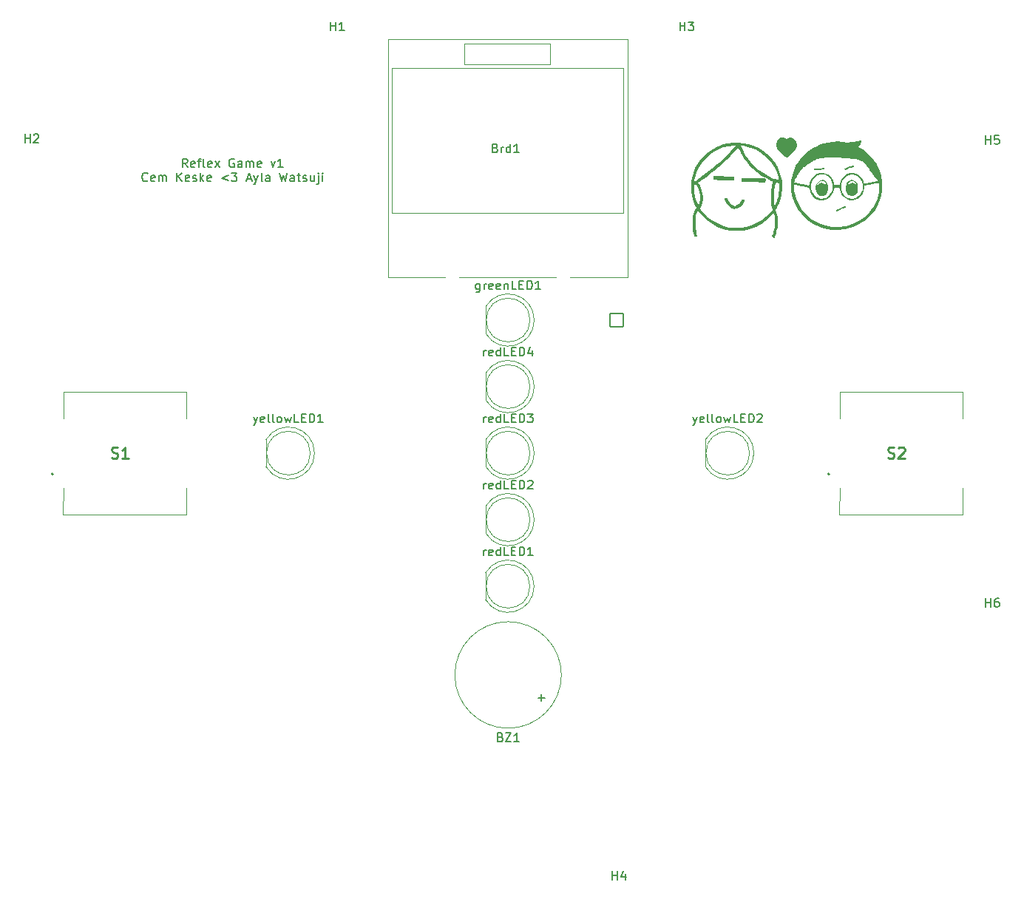
<source format=gbr>
%TF.GenerationSoftware,KiCad,Pcbnew,7.0.5*%
%TF.CreationDate,2024-08-20T20:42:19+02:00*%
%TF.ProjectId,game,67616d65-2e6b-4696-9361-645f70636258,rev?*%
%TF.SameCoordinates,Original*%
%TF.FileFunction,Legend,Top*%
%TF.FilePolarity,Positive*%
%FSLAX46Y46*%
G04 Gerber Fmt 4.6, Leading zero omitted, Abs format (unit mm)*
G04 Created by KiCad (PCBNEW 7.0.5) date 2024-08-20 20:42:19*
%MOMM*%
%LPD*%
G01*
G04 APERTURE LIST*
G04 Aperture macros list*
%AMRoundRect*
0 Rectangle with rounded corners*
0 $1 Rounding radius*
0 $2 $3 $4 $5 $6 $7 $8 $9 X,Y pos of 4 corners*
0 Add a 4 corners polygon primitive as box body*
4,1,4,$2,$3,$4,$5,$6,$7,$8,$9,$2,$3,0*
0 Add four circle primitives for the rounded corners*
1,1,$1+$1,$2,$3*
1,1,$1+$1,$4,$5*
1,1,$1+$1,$6,$7*
1,1,$1+$1,$8,$9*
0 Add four rect primitives between the rounded corners*
20,1,$1+$1,$2,$3,$4,$5,0*
20,1,$1+$1,$4,$5,$6,$7,0*
20,1,$1+$1,$6,$7,$8,$9,0*
20,1,$1+$1,$8,$9,$2,$3,0*%
G04 Aperture macros list end*
%ADD10C,0.150000*%
%ADD11C,0.254000*%
%ADD12C,0.120000*%
%ADD13C,0.200000*%
%ADD14C,0.100000*%
%ADD15C,3.600000*%
%ADD16C,5.700000*%
%ADD17R,1.800000X1.800000*%
%ADD18C,1.800000*%
%ADD19R,2.000000X2.000000*%
%ADD20C,2.000000*%
%ADD21O,1.600000X2.000000*%
%ADD22C,2.100000*%
%ADD23C,1.600000*%
%ADD24O,1.600000X1.600000*%
%ADD25R,1.600000X1.600000*%
%ADD26RoundRect,0.102000X0.780000X0.780000X-0.780000X0.780000X-0.780000X-0.780000X0.780000X-0.780000X0*%
%ADD27C,1.764000*%
G04 APERTURE END LIST*
D10*
X92833332Y-69259819D02*
X92499999Y-68783628D01*
X92261904Y-69259819D02*
X92261904Y-68259819D01*
X92261904Y-68259819D02*
X92642856Y-68259819D01*
X92642856Y-68259819D02*
X92738094Y-68307438D01*
X92738094Y-68307438D02*
X92785713Y-68355057D01*
X92785713Y-68355057D02*
X92833332Y-68450295D01*
X92833332Y-68450295D02*
X92833332Y-68593152D01*
X92833332Y-68593152D02*
X92785713Y-68688390D01*
X92785713Y-68688390D02*
X92738094Y-68736009D01*
X92738094Y-68736009D02*
X92642856Y-68783628D01*
X92642856Y-68783628D02*
X92261904Y-68783628D01*
X93642856Y-69212200D02*
X93547618Y-69259819D01*
X93547618Y-69259819D02*
X93357142Y-69259819D01*
X93357142Y-69259819D02*
X93261904Y-69212200D01*
X93261904Y-69212200D02*
X93214285Y-69116961D01*
X93214285Y-69116961D02*
X93214285Y-68736009D01*
X93214285Y-68736009D02*
X93261904Y-68640771D01*
X93261904Y-68640771D02*
X93357142Y-68593152D01*
X93357142Y-68593152D02*
X93547618Y-68593152D01*
X93547618Y-68593152D02*
X93642856Y-68640771D01*
X93642856Y-68640771D02*
X93690475Y-68736009D01*
X93690475Y-68736009D02*
X93690475Y-68831247D01*
X93690475Y-68831247D02*
X93214285Y-68926485D01*
X93976190Y-68593152D02*
X94357142Y-68593152D01*
X94119047Y-69259819D02*
X94119047Y-68402676D01*
X94119047Y-68402676D02*
X94166666Y-68307438D01*
X94166666Y-68307438D02*
X94261904Y-68259819D01*
X94261904Y-68259819D02*
X94357142Y-68259819D01*
X94833333Y-69259819D02*
X94738095Y-69212200D01*
X94738095Y-69212200D02*
X94690476Y-69116961D01*
X94690476Y-69116961D02*
X94690476Y-68259819D01*
X95595238Y-69212200D02*
X95500000Y-69259819D01*
X95500000Y-69259819D02*
X95309524Y-69259819D01*
X95309524Y-69259819D02*
X95214286Y-69212200D01*
X95214286Y-69212200D02*
X95166667Y-69116961D01*
X95166667Y-69116961D02*
X95166667Y-68736009D01*
X95166667Y-68736009D02*
X95214286Y-68640771D01*
X95214286Y-68640771D02*
X95309524Y-68593152D01*
X95309524Y-68593152D02*
X95500000Y-68593152D01*
X95500000Y-68593152D02*
X95595238Y-68640771D01*
X95595238Y-68640771D02*
X95642857Y-68736009D01*
X95642857Y-68736009D02*
X95642857Y-68831247D01*
X95642857Y-68831247D02*
X95166667Y-68926485D01*
X95976191Y-69259819D02*
X96500000Y-68593152D01*
X95976191Y-68593152D02*
X96500000Y-69259819D01*
X98166667Y-68307438D02*
X98071429Y-68259819D01*
X98071429Y-68259819D02*
X97928572Y-68259819D01*
X97928572Y-68259819D02*
X97785715Y-68307438D01*
X97785715Y-68307438D02*
X97690477Y-68402676D01*
X97690477Y-68402676D02*
X97642858Y-68497914D01*
X97642858Y-68497914D02*
X97595239Y-68688390D01*
X97595239Y-68688390D02*
X97595239Y-68831247D01*
X97595239Y-68831247D02*
X97642858Y-69021723D01*
X97642858Y-69021723D02*
X97690477Y-69116961D01*
X97690477Y-69116961D02*
X97785715Y-69212200D01*
X97785715Y-69212200D02*
X97928572Y-69259819D01*
X97928572Y-69259819D02*
X98023810Y-69259819D01*
X98023810Y-69259819D02*
X98166667Y-69212200D01*
X98166667Y-69212200D02*
X98214286Y-69164580D01*
X98214286Y-69164580D02*
X98214286Y-68831247D01*
X98214286Y-68831247D02*
X98023810Y-68831247D01*
X99071429Y-69259819D02*
X99071429Y-68736009D01*
X99071429Y-68736009D02*
X99023810Y-68640771D01*
X99023810Y-68640771D02*
X98928572Y-68593152D01*
X98928572Y-68593152D02*
X98738096Y-68593152D01*
X98738096Y-68593152D02*
X98642858Y-68640771D01*
X99071429Y-69212200D02*
X98976191Y-69259819D01*
X98976191Y-69259819D02*
X98738096Y-69259819D01*
X98738096Y-69259819D02*
X98642858Y-69212200D01*
X98642858Y-69212200D02*
X98595239Y-69116961D01*
X98595239Y-69116961D02*
X98595239Y-69021723D01*
X98595239Y-69021723D02*
X98642858Y-68926485D01*
X98642858Y-68926485D02*
X98738096Y-68878866D01*
X98738096Y-68878866D02*
X98976191Y-68878866D01*
X98976191Y-68878866D02*
X99071429Y-68831247D01*
X99547620Y-69259819D02*
X99547620Y-68593152D01*
X99547620Y-68688390D02*
X99595239Y-68640771D01*
X99595239Y-68640771D02*
X99690477Y-68593152D01*
X99690477Y-68593152D02*
X99833334Y-68593152D01*
X99833334Y-68593152D02*
X99928572Y-68640771D01*
X99928572Y-68640771D02*
X99976191Y-68736009D01*
X99976191Y-68736009D02*
X99976191Y-69259819D01*
X99976191Y-68736009D02*
X100023810Y-68640771D01*
X100023810Y-68640771D02*
X100119048Y-68593152D01*
X100119048Y-68593152D02*
X100261905Y-68593152D01*
X100261905Y-68593152D02*
X100357144Y-68640771D01*
X100357144Y-68640771D02*
X100404763Y-68736009D01*
X100404763Y-68736009D02*
X100404763Y-69259819D01*
X101261905Y-69212200D02*
X101166667Y-69259819D01*
X101166667Y-69259819D02*
X100976191Y-69259819D01*
X100976191Y-69259819D02*
X100880953Y-69212200D01*
X100880953Y-69212200D02*
X100833334Y-69116961D01*
X100833334Y-69116961D02*
X100833334Y-68736009D01*
X100833334Y-68736009D02*
X100880953Y-68640771D01*
X100880953Y-68640771D02*
X100976191Y-68593152D01*
X100976191Y-68593152D02*
X101166667Y-68593152D01*
X101166667Y-68593152D02*
X101261905Y-68640771D01*
X101261905Y-68640771D02*
X101309524Y-68736009D01*
X101309524Y-68736009D02*
X101309524Y-68831247D01*
X101309524Y-68831247D02*
X100833334Y-68926485D01*
X102404763Y-68593152D02*
X102642858Y-69259819D01*
X102642858Y-69259819D02*
X102880953Y-68593152D01*
X103785715Y-69259819D02*
X103214287Y-69259819D01*
X103500001Y-69259819D02*
X103500001Y-68259819D01*
X103500001Y-68259819D02*
X103404763Y-68402676D01*
X103404763Y-68402676D02*
X103309525Y-68497914D01*
X103309525Y-68497914D02*
X103214287Y-68545533D01*
X88261903Y-70774580D02*
X88214284Y-70822200D01*
X88214284Y-70822200D02*
X88071427Y-70869819D01*
X88071427Y-70869819D02*
X87976189Y-70869819D01*
X87976189Y-70869819D02*
X87833332Y-70822200D01*
X87833332Y-70822200D02*
X87738094Y-70726961D01*
X87738094Y-70726961D02*
X87690475Y-70631723D01*
X87690475Y-70631723D02*
X87642856Y-70441247D01*
X87642856Y-70441247D02*
X87642856Y-70298390D01*
X87642856Y-70298390D02*
X87690475Y-70107914D01*
X87690475Y-70107914D02*
X87738094Y-70012676D01*
X87738094Y-70012676D02*
X87833332Y-69917438D01*
X87833332Y-69917438D02*
X87976189Y-69869819D01*
X87976189Y-69869819D02*
X88071427Y-69869819D01*
X88071427Y-69869819D02*
X88214284Y-69917438D01*
X88214284Y-69917438D02*
X88261903Y-69965057D01*
X89071427Y-70822200D02*
X88976189Y-70869819D01*
X88976189Y-70869819D02*
X88785713Y-70869819D01*
X88785713Y-70869819D02*
X88690475Y-70822200D01*
X88690475Y-70822200D02*
X88642856Y-70726961D01*
X88642856Y-70726961D02*
X88642856Y-70346009D01*
X88642856Y-70346009D02*
X88690475Y-70250771D01*
X88690475Y-70250771D02*
X88785713Y-70203152D01*
X88785713Y-70203152D02*
X88976189Y-70203152D01*
X88976189Y-70203152D02*
X89071427Y-70250771D01*
X89071427Y-70250771D02*
X89119046Y-70346009D01*
X89119046Y-70346009D02*
X89119046Y-70441247D01*
X89119046Y-70441247D02*
X88642856Y-70536485D01*
X89547618Y-70869819D02*
X89547618Y-70203152D01*
X89547618Y-70298390D02*
X89595237Y-70250771D01*
X89595237Y-70250771D02*
X89690475Y-70203152D01*
X89690475Y-70203152D02*
X89833332Y-70203152D01*
X89833332Y-70203152D02*
X89928570Y-70250771D01*
X89928570Y-70250771D02*
X89976189Y-70346009D01*
X89976189Y-70346009D02*
X89976189Y-70869819D01*
X89976189Y-70346009D02*
X90023808Y-70250771D01*
X90023808Y-70250771D02*
X90119046Y-70203152D01*
X90119046Y-70203152D02*
X90261903Y-70203152D01*
X90261903Y-70203152D02*
X90357142Y-70250771D01*
X90357142Y-70250771D02*
X90404761Y-70346009D01*
X90404761Y-70346009D02*
X90404761Y-70869819D01*
X91642856Y-70869819D02*
X91642856Y-69869819D01*
X92214284Y-70869819D02*
X91785713Y-70298390D01*
X92214284Y-69869819D02*
X91642856Y-70441247D01*
X93023808Y-70822200D02*
X92928570Y-70869819D01*
X92928570Y-70869819D02*
X92738094Y-70869819D01*
X92738094Y-70869819D02*
X92642856Y-70822200D01*
X92642856Y-70822200D02*
X92595237Y-70726961D01*
X92595237Y-70726961D02*
X92595237Y-70346009D01*
X92595237Y-70346009D02*
X92642856Y-70250771D01*
X92642856Y-70250771D02*
X92738094Y-70203152D01*
X92738094Y-70203152D02*
X92928570Y-70203152D01*
X92928570Y-70203152D02*
X93023808Y-70250771D01*
X93023808Y-70250771D02*
X93071427Y-70346009D01*
X93071427Y-70346009D02*
X93071427Y-70441247D01*
X93071427Y-70441247D02*
X92595237Y-70536485D01*
X93452380Y-70822200D02*
X93547618Y-70869819D01*
X93547618Y-70869819D02*
X93738094Y-70869819D01*
X93738094Y-70869819D02*
X93833332Y-70822200D01*
X93833332Y-70822200D02*
X93880951Y-70726961D01*
X93880951Y-70726961D02*
X93880951Y-70679342D01*
X93880951Y-70679342D02*
X93833332Y-70584104D01*
X93833332Y-70584104D02*
X93738094Y-70536485D01*
X93738094Y-70536485D02*
X93595237Y-70536485D01*
X93595237Y-70536485D02*
X93499999Y-70488866D01*
X93499999Y-70488866D02*
X93452380Y-70393628D01*
X93452380Y-70393628D02*
X93452380Y-70346009D01*
X93452380Y-70346009D02*
X93499999Y-70250771D01*
X93499999Y-70250771D02*
X93595237Y-70203152D01*
X93595237Y-70203152D02*
X93738094Y-70203152D01*
X93738094Y-70203152D02*
X93833332Y-70250771D01*
X94309523Y-70869819D02*
X94309523Y-69869819D01*
X94404761Y-70488866D02*
X94690475Y-70869819D01*
X94690475Y-70203152D02*
X94309523Y-70584104D01*
X95499999Y-70822200D02*
X95404761Y-70869819D01*
X95404761Y-70869819D02*
X95214285Y-70869819D01*
X95214285Y-70869819D02*
X95119047Y-70822200D01*
X95119047Y-70822200D02*
X95071428Y-70726961D01*
X95071428Y-70726961D02*
X95071428Y-70346009D01*
X95071428Y-70346009D02*
X95119047Y-70250771D01*
X95119047Y-70250771D02*
X95214285Y-70203152D01*
X95214285Y-70203152D02*
X95404761Y-70203152D01*
X95404761Y-70203152D02*
X95499999Y-70250771D01*
X95499999Y-70250771D02*
X95547618Y-70346009D01*
X95547618Y-70346009D02*
X95547618Y-70441247D01*
X95547618Y-70441247D02*
X95071428Y-70536485D01*
X97500000Y-70203152D02*
X96738095Y-70488866D01*
X96738095Y-70488866D02*
X97500000Y-70774580D01*
X97880952Y-69869819D02*
X98499999Y-69869819D01*
X98499999Y-69869819D02*
X98166666Y-70250771D01*
X98166666Y-70250771D02*
X98309523Y-70250771D01*
X98309523Y-70250771D02*
X98404761Y-70298390D01*
X98404761Y-70298390D02*
X98452380Y-70346009D01*
X98452380Y-70346009D02*
X98499999Y-70441247D01*
X98499999Y-70441247D02*
X98499999Y-70679342D01*
X98499999Y-70679342D02*
X98452380Y-70774580D01*
X98452380Y-70774580D02*
X98404761Y-70822200D01*
X98404761Y-70822200D02*
X98309523Y-70869819D01*
X98309523Y-70869819D02*
X98023809Y-70869819D01*
X98023809Y-70869819D02*
X97928571Y-70822200D01*
X97928571Y-70822200D02*
X97880952Y-70774580D01*
X99642857Y-70584104D02*
X100119047Y-70584104D01*
X99547619Y-70869819D02*
X99880952Y-69869819D01*
X99880952Y-69869819D02*
X100214285Y-70869819D01*
X100452381Y-70203152D02*
X100690476Y-70869819D01*
X100928571Y-70203152D02*
X100690476Y-70869819D01*
X100690476Y-70869819D02*
X100595238Y-71107914D01*
X100595238Y-71107914D02*
X100547619Y-71155533D01*
X100547619Y-71155533D02*
X100452381Y-71203152D01*
X101452381Y-70869819D02*
X101357143Y-70822200D01*
X101357143Y-70822200D02*
X101309524Y-70726961D01*
X101309524Y-70726961D02*
X101309524Y-69869819D01*
X102261905Y-70869819D02*
X102261905Y-70346009D01*
X102261905Y-70346009D02*
X102214286Y-70250771D01*
X102214286Y-70250771D02*
X102119048Y-70203152D01*
X102119048Y-70203152D02*
X101928572Y-70203152D01*
X101928572Y-70203152D02*
X101833334Y-70250771D01*
X102261905Y-70822200D02*
X102166667Y-70869819D01*
X102166667Y-70869819D02*
X101928572Y-70869819D01*
X101928572Y-70869819D02*
X101833334Y-70822200D01*
X101833334Y-70822200D02*
X101785715Y-70726961D01*
X101785715Y-70726961D02*
X101785715Y-70631723D01*
X101785715Y-70631723D02*
X101833334Y-70536485D01*
X101833334Y-70536485D02*
X101928572Y-70488866D01*
X101928572Y-70488866D02*
X102166667Y-70488866D01*
X102166667Y-70488866D02*
X102261905Y-70441247D01*
X103404763Y-69869819D02*
X103642858Y-70869819D01*
X103642858Y-70869819D02*
X103833334Y-70155533D01*
X103833334Y-70155533D02*
X104023810Y-70869819D01*
X104023810Y-70869819D02*
X104261906Y-69869819D01*
X105071429Y-70869819D02*
X105071429Y-70346009D01*
X105071429Y-70346009D02*
X105023810Y-70250771D01*
X105023810Y-70250771D02*
X104928572Y-70203152D01*
X104928572Y-70203152D02*
X104738096Y-70203152D01*
X104738096Y-70203152D02*
X104642858Y-70250771D01*
X105071429Y-70822200D02*
X104976191Y-70869819D01*
X104976191Y-70869819D02*
X104738096Y-70869819D01*
X104738096Y-70869819D02*
X104642858Y-70822200D01*
X104642858Y-70822200D02*
X104595239Y-70726961D01*
X104595239Y-70726961D02*
X104595239Y-70631723D01*
X104595239Y-70631723D02*
X104642858Y-70536485D01*
X104642858Y-70536485D02*
X104738096Y-70488866D01*
X104738096Y-70488866D02*
X104976191Y-70488866D01*
X104976191Y-70488866D02*
X105071429Y-70441247D01*
X105404763Y-70203152D02*
X105785715Y-70203152D01*
X105547620Y-69869819D02*
X105547620Y-70726961D01*
X105547620Y-70726961D02*
X105595239Y-70822200D01*
X105595239Y-70822200D02*
X105690477Y-70869819D01*
X105690477Y-70869819D02*
X105785715Y-70869819D01*
X106071430Y-70822200D02*
X106166668Y-70869819D01*
X106166668Y-70869819D02*
X106357144Y-70869819D01*
X106357144Y-70869819D02*
X106452382Y-70822200D01*
X106452382Y-70822200D02*
X106500001Y-70726961D01*
X106500001Y-70726961D02*
X106500001Y-70679342D01*
X106500001Y-70679342D02*
X106452382Y-70584104D01*
X106452382Y-70584104D02*
X106357144Y-70536485D01*
X106357144Y-70536485D02*
X106214287Y-70536485D01*
X106214287Y-70536485D02*
X106119049Y-70488866D01*
X106119049Y-70488866D02*
X106071430Y-70393628D01*
X106071430Y-70393628D02*
X106071430Y-70346009D01*
X106071430Y-70346009D02*
X106119049Y-70250771D01*
X106119049Y-70250771D02*
X106214287Y-70203152D01*
X106214287Y-70203152D02*
X106357144Y-70203152D01*
X106357144Y-70203152D02*
X106452382Y-70250771D01*
X107357144Y-70203152D02*
X107357144Y-70869819D01*
X106928573Y-70203152D02*
X106928573Y-70726961D01*
X106928573Y-70726961D02*
X106976192Y-70822200D01*
X106976192Y-70822200D02*
X107071430Y-70869819D01*
X107071430Y-70869819D02*
X107214287Y-70869819D01*
X107214287Y-70869819D02*
X107309525Y-70822200D01*
X107309525Y-70822200D02*
X107357144Y-70774580D01*
X107833335Y-70203152D02*
X107833335Y-71060295D01*
X107833335Y-71060295D02*
X107785716Y-71155533D01*
X107785716Y-71155533D02*
X107690478Y-71203152D01*
X107690478Y-71203152D02*
X107642859Y-71203152D01*
X107833335Y-69869819D02*
X107785716Y-69917438D01*
X107785716Y-69917438D02*
X107833335Y-69965057D01*
X107833335Y-69965057D02*
X107880954Y-69917438D01*
X107880954Y-69917438D02*
X107833335Y-69869819D01*
X107833335Y-69869819D02*
X107833335Y-69965057D01*
X108309525Y-70869819D02*
X108309525Y-70203152D01*
X108309525Y-69869819D02*
X108261906Y-69917438D01*
X108261906Y-69917438D02*
X108309525Y-69965057D01*
X108309525Y-69965057D02*
X108357144Y-69917438D01*
X108357144Y-69917438D02*
X108309525Y-69869819D01*
X108309525Y-69869819D02*
X108309525Y-69965057D01*
%TO.C,H6*%
X184238095Y-119604819D02*
X184238095Y-118604819D01*
X184238095Y-119081009D02*
X184809523Y-119081009D01*
X184809523Y-119604819D02*
X184809523Y-118604819D01*
X185714285Y-118604819D02*
X185523809Y-118604819D01*
X185523809Y-118604819D02*
X185428571Y-118652438D01*
X185428571Y-118652438D02*
X185380952Y-118700057D01*
X185380952Y-118700057D02*
X185285714Y-118842914D01*
X185285714Y-118842914D02*
X185238095Y-119033390D01*
X185238095Y-119033390D02*
X185238095Y-119414342D01*
X185238095Y-119414342D02*
X185285714Y-119509580D01*
X185285714Y-119509580D02*
X185333333Y-119557200D01*
X185333333Y-119557200D02*
X185428571Y-119604819D01*
X185428571Y-119604819D02*
X185619047Y-119604819D01*
X185619047Y-119604819D02*
X185714285Y-119557200D01*
X185714285Y-119557200D02*
X185761904Y-119509580D01*
X185761904Y-119509580D02*
X185809523Y-119414342D01*
X185809523Y-119414342D02*
X185809523Y-119176247D01*
X185809523Y-119176247D02*
X185761904Y-119081009D01*
X185761904Y-119081009D02*
X185714285Y-119033390D01*
X185714285Y-119033390D02*
X185619047Y-118985771D01*
X185619047Y-118985771D02*
X185428571Y-118985771D01*
X185428571Y-118985771D02*
X185333333Y-119033390D01*
X185333333Y-119033390D02*
X185285714Y-119081009D01*
X185285714Y-119081009D02*
X185238095Y-119176247D01*
%TO.C,H5*%
X184238095Y-66604819D02*
X184238095Y-65604819D01*
X184238095Y-66081009D02*
X184809523Y-66081009D01*
X184809523Y-66604819D02*
X184809523Y-65604819D01*
X185761904Y-65604819D02*
X185285714Y-65604819D01*
X185285714Y-65604819D02*
X185238095Y-66081009D01*
X185238095Y-66081009D02*
X185285714Y-66033390D01*
X185285714Y-66033390D02*
X185380952Y-65985771D01*
X185380952Y-65985771D02*
X185619047Y-65985771D01*
X185619047Y-65985771D02*
X185714285Y-66033390D01*
X185714285Y-66033390D02*
X185761904Y-66081009D01*
X185761904Y-66081009D02*
X185809523Y-66176247D01*
X185809523Y-66176247D02*
X185809523Y-66414342D01*
X185809523Y-66414342D02*
X185761904Y-66509580D01*
X185761904Y-66509580D02*
X185714285Y-66557200D01*
X185714285Y-66557200D02*
X185619047Y-66604819D01*
X185619047Y-66604819D02*
X185380952Y-66604819D01*
X185380952Y-66604819D02*
X185285714Y-66557200D01*
X185285714Y-66557200D02*
X185238095Y-66509580D01*
%TO.C,H3*%
X149238095Y-53604819D02*
X149238095Y-52604819D01*
X149238095Y-53081009D02*
X149809523Y-53081009D01*
X149809523Y-53604819D02*
X149809523Y-52604819D01*
X150190476Y-52604819D02*
X150809523Y-52604819D01*
X150809523Y-52604819D02*
X150476190Y-52985771D01*
X150476190Y-52985771D02*
X150619047Y-52985771D01*
X150619047Y-52985771D02*
X150714285Y-53033390D01*
X150714285Y-53033390D02*
X150761904Y-53081009D01*
X150761904Y-53081009D02*
X150809523Y-53176247D01*
X150809523Y-53176247D02*
X150809523Y-53414342D01*
X150809523Y-53414342D02*
X150761904Y-53509580D01*
X150761904Y-53509580D02*
X150714285Y-53557200D01*
X150714285Y-53557200D02*
X150619047Y-53604819D01*
X150619047Y-53604819D02*
X150333333Y-53604819D01*
X150333333Y-53604819D02*
X150238095Y-53557200D01*
X150238095Y-53557200D02*
X150190476Y-53509580D01*
%TO.C,yellowLED1*%
X100393853Y-97816675D02*
X100631948Y-98483342D01*
X100870043Y-97816675D02*
X100631948Y-98483342D01*
X100631948Y-98483342D02*
X100536710Y-98721437D01*
X100536710Y-98721437D02*
X100489091Y-98769056D01*
X100489091Y-98769056D02*
X100393853Y-98816675D01*
X101631948Y-98435723D02*
X101536710Y-98483342D01*
X101536710Y-98483342D02*
X101346234Y-98483342D01*
X101346234Y-98483342D02*
X101250996Y-98435723D01*
X101250996Y-98435723D02*
X101203377Y-98340484D01*
X101203377Y-98340484D02*
X101203377Y-97959532D01*
X101203377Y-97959532D02*
X101250996Y-97864294D01*
X101250996Y-97864294D02*
X101346234Y-97816675D01*
X101346234Y-97816675D02*
X101536710Y-97816675D01*
X101536710Y-97816675D02*
X101631948Y-97864294D01*
X101631948Y-97864294D02*
X101679567Y-97959532D01*
X101679567Y-97959532D02*
X101679567Y-98054770D01*
X101679567Y-98054770D02*
X101203377Y-98150008D01*
X102250996Y-98483342D02*
X102155758Y-98435723D01*
X102155758Y-98435723D02*
X102108139Y-98340484D01*
X102108139Y-98340484D02*
X102108139Y-97483342D01*
X102774806Y-98483342D02*
X102679568Y-98435723D01*
X102679568Y-98435723D02*
X102631949Y-98340484D01*
X102631949Y-98340484D02*
X102631949Y-97483342D01*
X103298616Y-98483342D02*
X103203378Y-98435723D01*
X103203378Y-98435723D02*
X103155759Y-98388103D01*
X103155759Y-98388103D02*
X103108140Y-98292865D01*
X103108140Y-98292865D02*
X103108140Y-98007151D01*
X103108140Y-98007151D02*
X103155759Y-97911913D01*
X103155759Y-97911913D02*
X103203378Y-97864294D01*
X103203378Y-97864294D02*
X103298616Y-97816675D01*
X103298616Y-97816675D02*
X103441473Y-97816675D01*
X103441473Y-97816675D02*
X103536711Y-97864294D01*
X103536711Y-97864294D02*
X103584330Y-97911913D01*
X103584330Y-97911913D02*
X103631949Y-98007151D01*
X103631949Y-98007151D02*
X103631949Y-98292865D01*
X103631949Y-98292865D02*
X103584330Y-98388103D01*
X103584330Y-98388103D02*
X103536711Y-98435723D01*
X103536711Y-98435723D02*
X103441473Y-98483342D01*
X103441473Y-98483342D02*
X103298616Y-98483342D01*
X103965283Y-97816675D02*
X104155759Y-98483342D01*
X104155759Y-98483342D02*
X104346235Y-98007151D01*
X104346235Y-98007151D02*
X104536711Y-98483342D01*
X104536711Y-98483342D02*
X104727187Y-97816675D01*
X105584330Y-98483342D02*
X105108140Y-98483342D01*
X105108140Y-98483342D02*
X105108140Y-97483342D01*
X105917664Y-97959532D02*
X106250997Y-97959532D01*
X106393854Y-98483342D02*
X105917664Y-98483342D01*
X105917664Y-98483342D02*
X105917664Y-97483342D01*
X105917664Y-97483342D02*
X106393854Y-97483342D01*
X106822426Y-98483342D02*
X106822426Y-97483342D01*
X106822426Y-97483342D02*
X107060521Y-97483342D01*
X107060521Y-97483342D02*
X107203378Y-97530961D01*
X107203378Y-97530961D02*
X107298616Y-97626199D01*
X107298616Y-97626199D02*
X107346235Y-97721437D01*
X107346235Y-97721437D02*
X107393854Y-97911913D01*
X107393854Y-97911913D02*
X107393854Y-98054770D01*
X107393854Y-98054770D02*
X107346235Y-98245246D01*
X107346235Y-98245246D02*
X107298616Y-98340484D01*
X107298616Y-98340484D02*
X107203378Y-98435723D01*
X107203378Y-98435723D02*
X107060521Y-98483342D01*
X107060521Y-98483342D02*
X106822426Y-98483342D01*
X108346235Y-98483342D02*
X107774807Y-98483342D01*
X108060521Y-98483342D02*
X108060521Y-97483342D01*
X108060521Y-97483342D02*
X107965283Y-97626199D01*
X107965283Y-97626199D02*
X107870045Y-97721437D01*
X107870045Y-97721437D02*
X107774807Y-97769056D01*
%TO.C,H1*%
X109238095Y-53604819D02*
X109238095Y-52604819D01*
X109238095Y-53081009D02*
X109809523Y-53081009D01*
X109809523Y-53604819D02*
X109809523Y-52604819D01*
X110809523Y-53604819D02*
X110238095Y-53604819D01*
X110523809Y-53604819D02*
X110523809Y-52604819D01*
X110523809Y-52604819D02*
X110428571Y-52747676D01*
X110428571Y-52747676D02*
X110333333Y-52842914D01*
X110333333Y-52842914D02*
X110238095Y-52890533D01*
%TO.C,H4*%
X141488095Y-150854819D02*
X141488095Y-149854819D01*
X141488095Y-150331009D02*
X142059523Y-150331009D01*
X142059523Y-150854819D02*
X142059523Y-149854819D01*
X142964285Y-150188152D02*
X142964285Y-150854819D01*
X142726190Y-149807200D02*
X142488095Y-150521485D01*
X142488095Y-150521485D02*
X143107142Y-150521485D01*
%TO.C,BZ1*%
X128674151Y-134519532D02*
X128817008Y-134567151D01*
X128817008Y-134567151D02*
X128864627Y-134614770D01*
X128864627Y-134614770D02*
X128912246Y-134710008D01*
X128912246Y-134710008D02*
X128912246Y-134852865D01*
X128912246Y-134852865D02*
X128864627Y-134948103D01*
X128864627Y-134948103D02*
X128817008Y-134995723D01*
X128817008Y-134995723D02*
X128721770Y-135043342D01*
X128721770Y-135043342D02*
X128340818Y-135043342D01*
X128340818Y-135043342D02*
X128340818Y-134043342D01*
X128340818Y-134043342D02*
X128674151Y-134043342D01*
X128674151Y-134043342D02*
X128769389Y-134090961D01*
X128769389Y-134090961D02*
X128817008Y-134138580D01*
X128817008Y-134138580D02*
X128864627Y-134233818D01*
X128864627Y-134233818D02*
X128864627Y-134329056D01*
X128864627Y-134329056D02*
X128817008Y-134424294D01*
X128817008Y-134424294D02*
X128769389Y-134471913D01*
X128769389Y-134471913D02*
X128674151Y-134519532D01*
X128674151Y-134519532D02*
X128340818Y-134519532D01*
X129245580Y-134043342D02*
X129912246Y-134043342D01*
X129912246Y-134043342D02*
X129245580Y-135043342D01*
X129245580Y-135043342D02*
X129912246Y-135043342D01*
X130817008Y-135043342D02*
X130245580Y-135043342D01*
X130531294Y-135043342D02*
X130531294Y-134043342D01*
X130531294Y-134043342D02*
X130436056Y-134186199D01*
X130436056Y-134186199D02*
X130340818Y-134281437D01*
X130340818Y-134281437D02*
X130245580Y-134329056D01*
X132984152Y-130002389D02*
X133746057Y-130002389D01*
X133365104Y-130383342D02*
X133365104Y-129621437D01*
%TO.C,redLED4*%
X126769387Y-90863342D02*
X126769387Y-90196675D01*
X126769387Y-90387151D02*
X126817006Y-90291913D01*
X126817006Y-90291913D02*
X126864625Y-90244294D01*
X126864625Y-90244294D02*
X126959863Y-90196675D01*
X126959863Y-90196675D02*
X127055101Y-90196675D01*
X127769387Y-90815723D02*
X127674149Y-90863342D01*
X127674149Y-90863342D02*
X127483673Y-90863342D01*
X127483673Y-90863342D02*
X127388435Y-90815723D01*
X127388435Y-90815723D02*
X127340816Y-90720484D01*
X127340816Y-90720484D02*
X127340816Y-90339532D01*
X127340816Y-90339532D02*
X127388435Y-90244294D01*
X127388435Y-90244294D02*
X127483673Y-90196675D01*
X127483673Y-90196675D02*
X127674149Y-90196675D01*
X127674149Y-90196675D02*
X127769387Y-90244294D01*
X127769387Y-90244294D02*
X127817006Y-90339532D01*
X127817006Y-90339532D02*
X127817006Y-90434770D01*
X127817006Y-90434770D02*
X127340816Y-90530008D01*
X128674149Y-90863342D02*
X128674149Y-89863342D01*
X128674149Y-90815723D02*
X128578911Y-90863342D01*
X128578911Y-90863342D02*
X128388435Y-90863342D01*
X128388435Y-90863342D02*
X128293197Y-90815723D01*
X128293197Y-90815723D02*
X128245578Y-90768103D01*
X128245578Y-90768103D02*
X128197959Y-90672865D01*
X128197959Y-90672865D02*
X128197959Y-90387151D01*
X128197959Y-90387151D02*
X128245578Y-90291913D01*
X128245578Y-90291913D02*
X128293197Y-90244294D01*
X128293197Y-90244294D02*
X128388435Y-90196675D01*
X128388435Y-90196675D02*
X128578911Y-90196675D01*
X128578911Y-90196675D02*
X128674149Y-90244294D01*
X129626530Y-90863342D02*
X129150340Y-90863342D01*
X129150340Y-90863342D02*
X129150340Y-89863342D01*
X129959864Y-90339532D02*
X130293197Y-90339532D01*
X130436054Y-90863342D02*
X129959864Y-90863342D01*
X129959864Y-90863342D02*
X129959864Y-89863342D01*
X129959864Y-89863342D02*
X130436054Y-89863342D01*
X130864626Y-90863342D02*
X130864626Y-89863342D01*
X130864626Y-89863342D02*
X131102721Y-89863342D01*
X131102721Y-89863342D02*
X131245578Y-89910961D01*
X131245578Y-89910961D02*
X131340816Y-90006199D01*
X131340816Y-90006199D02*
X131388435Y-90101437D01*
X131388435Y-90101437D02*
X131436054Y-90291913D01*
X131436054Y-90291913D02*
X131436054Y-90434770D01*
X131436054Y-90434770D02*
X131388435Y-90625246D01*
X131388435Y-90625246D02*
X131340816Y-90720484D01*
X131340816Y-90720484D02*
X131245578Y-90815723D01*
X131245578Y-90815723D02*
X131102721Y-90863342D01*
X131102721Y-90863342D02*
X130864626Y-90863342D01*
X132293197Y-90196675D02*
X132293197Y-90863342D01*
X132055102Y-89815723D02*
X131817007Y-90530008D01*
X131817007Y-90530008D02*
X132436054Y-90530008D01*
%TO.C,redLED3*%
X126769387Y-98483342D02*
X126769387Y-97816675D01*
X126769387Y-98007151D02*
X126817006Y-97911913D01*
X126817006Y-97911913D02*
X126864625Y-97864294D01*
X126864625Y-97864294D02*
X126959863Y-97816675D01*
X126959863Y-97816675D02*
X127055101Y-97816675D01*
X127769387Y-98435723D02*
X127674149Y-98483342D01*
X127674149Y-98483342D02*
X127483673Y-98483342D01*
X127483673Y-98483342D02*
X127388435Y-98435723D01*
X127388435Y-98435723D02*
X127340816Y-98340484D01*
X127340816Y-98340484D02*
X127340816Y-97959532D01*
X127340816Y-97959532D02*
X127388435Y-97864294D01*
X127388435Y-97864294D02*
X127483673Y-97816675D01*
X127483673Y-97816675D02*
X127674149Y-97816675D01*
X127674149Y-97816675D02*
X127769387Y-97864294D01*
X127769387Y-97864294D02*
X127817006Y-97959532D01*
X127817006Y-97959532D02*
X127817006Y-98054770D01*
X127817006Y-98054770D02*
X127340816Y-98150008D01*
X128674149Y-98483342D02*
X128674149Y-97483342D01*
X128674149Y-98435723D02*
X128578911Y-98483342D01*
X128578911Y-98483342D02*
X128388435Y-98483342D01*
X128388435Y-98483342D02*
X128293197Y-98435723D01*
X128293197Y-98435723D02*
X128245578Y-98388103D01*
X128245578Y-98388103D02*
X128197959Y-98292865D01*
X128197959Y-98292865D02*
X128197959Y-98007151D01*
X128197959Y-98007151D02*
X128245578Y-97911913D01*
X128245578Y-97911913D02*
X128293197Y-97864294D01*
X128293197Y-97864294D02*
X128388435Y-97816675D01*
X128388435Y-97816675D02*
X128578911Y-97816675D01*
X128578911Y-97816675D02*
X128674149Y-97864294D01*
X129626530Y-98483342D02*
X129150340Y-98483342D01*
X129150340Y-98483342D02*
X129150340Y-97483342D01*
X129959864Y-97959532D02*
X130293197Y-97959532D01*
X130436054Y-98483342D02*
X129959864Y-98483342D01*
X129959864Y-98483342D02*
X129959864Y-97483342D01*
X129959864Y-97483342D02*
X130436054Y-97483342D01*
X130864626Y-98483342D02*
X130864626Y-97483342D01*
X130864626Y-97483342D02*
X131102721Y-97483342D01*
X131102721Y-97483342D02*
X131245578Y-97530961D01*
X131245578Y-97530961D02*
X131340816Y-97626199D01*
X131340816Y-97626199D02*
X131388435Y-97721437D01*
X131388435Y-97721437D02*
X131436054Y-97911913D01*
X131436054Y-97911913D02*
X131436054Y-98054770D01*
X131436054Y-98054770D02*
X131388435Y-98245246D01*
X131388435Y-98245246D02*
X131340816Y-98340484D01*
X131340816Y-98340484D02*
X131245578Y-98435723D01*
X131245578Y-98435723D02*
X131102721Y-98483342D01*
X131102721Y-98483342D02*
X130864626Y-98483342D01*
X131769388Y-97483342D02*
X132388435Y-97483342D01*
X132388435Y-97483342D02*
X132055102Y-97864294D01*
X132055102Y-97864294D02*
X132197959Y-97864294D01*
X132197959Y-97864294D02*
X132293197Y-97911913D01*
X132293197Y-97911913D02*
X132340816Y-97959532D01*
X132340816Y-97959532D02*
X132388435Y-98054770D01*
X132388435Y-98054770D02*
X132388435Y-98292865D01*
X132388435Y-98292865D02*
X132340816Y-98388103D01*
X132340816Y-98388103D02*
X132293197Y-98435723D01*
X132293197Y-98435723D02*
X132197959Y-98483342D01*
X132197959Y-98483342D02*
X131912245Y-98483342D01*
X131912245Y-98483342D02*
X131817007Y-98435723D01*
X131817007Y-98435723D02*
X131769388Y-98388103D01*
%TO.C,H2*%
X74238095Y-66454819D02*
X74238095Y-65454819D01*
X74238095Y-65931009D02*
X74809523Y-65931009D01*
X74809523Y-66454819D02*
X74809523Y-65454819D01*
X75238095Y-65550057D02*
X75285714Y-65502438D01*
X75285714Y-65502438D02*
X75380952Y-65454819D01*
X75380952Y-65454819D02*
X75619047Y-65454819D01*
X75619047Y-65454819D02*
X75714285Y-65502438D01*
X75714285Y-65502438D02*
X75761904Y-65550057D01*
X75761904Y-65550057D02*
X75809523Y-65645295D01*
X75809523Y-65645295D02*
X75809523Y-65740533D01*
X75809523Y-65740533D02*
X75761904Y-65883390D01*
X75761904Y-65883390D02*
X75190476Y-66454819D01*
X75190476Y-66454819D02*
X75809523Y-66454819D01*
%TO.C,redLED2*%
X126769387Y-106103342D02*
X126769387Y-105436675D01*
X126769387Y-105627151D02*
X126817006Y-105531913D01*
X126817006Y-105531913D02*
X126864625Y-105484294D01*
X126864625Y-105484294D02*
X126959863Y-105436675D01*
X126959863Y-105436675D02*
X127055101Y-105436675D01*
X127769387Y-106055723D02*
X127674149Y-106103342D01*
X127674149Y-106103342D02*
X127483673Y-106103342D01*
X127483673Y-106103342D02*
X127388435Y-106055723D01*
X127388435Y-106055723D02*
X127340816Y-105960484D01*
X127340816Y-105960484D02*
X127340816Y-105579532D01*
X127340816Y-105579532D02*
X127388435Y-105484294D01*
X127388435Y-105484294D02*
X127483673Y-105436675D01*
X127483673Y-105436675D02*
X127674149Y-105436675D01*
X127674149Y-105436675D02*
X127769387Y-105484294D01*
X127769387Y-105484294D02*
X127817006Y-105579532D01*
X127817006Y-105579532D02*
X127817006Y-105674770D01*
X127817006Y-105674770D02*
X127340816Y-105770008D01*
X128674149Y-106103342D02*
X128674149Y-105103342D01*
X128674149Y-106055723D02*
X128578911Y-106103342D01*
X128578911Y-106103342D02*
X128388435Y-106103342D01*
X128388435Y-106103342D02*
X128293197Y-106055723D01*
X128293197Y-106055723D02*
X128245578Y-106008103D01*
X128245578Y-106008103D02*
X128197959Y-105912865D01*
X128197959Y-105912865D02*
X128197959Y-105627151D01*
X128197959Y-105627151D02*
X128245578Y-105531913D01*
X128245578Y-105531913D02*
X128293197Y-105484294D01*
X128293197Y-105484294D02*
X128388435Y-105436675D01*
X128388435Y-105436675D02*
X128578911Y-105436675D01*
X128578911Y-105436675D02*
X128674149Y-105484294D01*
X129626530Y-106103342D02*
X129150340Y-106103342D01*
X129150340Y-106103342D02*
X129150340Y-105103342D01*
X129959864Y-105579532D02*
X130293197Y-105579532D01*
X130436054Y-106103342D02*
X129959864Y-106103342D01*
X129959864Y-106103342D02*
X129959864Y-105103342D01*
X129959864Y-105103342D02*
X130436054Y-105103342D01*
X130864626Y-106103342D02*
X130864626Y-105103342D01*
X130864626Y-105103342D02*
X131102721Y-105103342D01*
X131102721Y-105103342D02*
X131245578Y-105150961D01*
X131245578Y-105150961D02*
X131340816Y-105246199D01*
X131340816Y-105246199D02*
X131388435Y-105341437D01*
X131388435Y-105341437D02*
X131436054Y-105531913D01*
X131436054Y-105531913D02*
X131436054Y-105674770D01*
X131436054Y-105674770D02*
X131388435Y-105865246D01*
X131388435Y-105865246D02*
X131340816Y-105960484D01*
X131340816Y-105960484D02*
X131245578Y-106055723D01*
X131245578Y-106055723D02*
X131102721Y-106103342D01*
X131102721Y-106103342D02*
X130864626Y-106103342D01*
X131817007Y-105198580D02*
X131864626Y-105150961D01*
X131864626Y-105150961D02*
X131959864Y-105103342D01*
X131959864Y-105103342D02*
X132197959Y-105103342D01*
X132197959Y-105103342D02*
X132293197Y-105150961D01*
X132293197Y-105150961D02*
X132340816Y-105198580D01*
X132340816Y-105198580D02*
X132388435Y-105293818D01*
X132388435Y-105293818D02*
X132388435Y-105389056D01*
X132388435Y-105389056D02*
X132340816Y-105531913D01*
X132340816Y-105531913D02*
X131769388Y-106103342D01*
X131769388Y-106103342D02*
X132388435Y-106103342D01*
%TO.C,Brd1*%
X128088437Y-67053532D02*
X128231294Y-67101151D01*
X128231294Y-67101151D02*
X128278913Y-67148770D01*
X128278913Y-67148770D02*
X128326532Y-67244008D01*
X128326532Y-67244008D02*
X128326532Y-67386865D01*
X128326532Y-67386865D02*
X128278913Y-67482103D01*
X128278913Y-67482103D02*
X128231294Y-67529723D01*
X128231294Y-67529723D02*
X128136056Y-67577342D01*
X128136056Y-67577342D02*
X127755104Y-67577342D01*
X127755104Y-67577342D02*
X127755104Y-66577342D01*
X127755104Y-66577342D02*
X128088437Y-66577342D01*
X128088437Y-66577342D02*
X128183675Y-66624961D01*
X128183675Y-66624961D02*
X128231294Y-66672580D01*
X128231294Y-66672580D02*
X128278913Y-66767818D01*
X128278913Y-66767818D02*
X128278913Y-66863056D01*
X128278913Y-66863056D02*
X128231294Y-66958294D01*
X128231294Y-66958294D02*
X128183675Y-67005913D01*
X128183675Y-67005913D02*
X128088437Y-67053532D01*
X128088437Y-67053532D02*
X127755104Y-67053532D01*
X128755104Y-67577342D02*
X128755104Y-66910675D01*
X128755104Y-67101151D02*
X128802723Y-67005913D01*
X128802723Y-67005913D02*
X128850342Y-66958294D01*
X128850342Y-66958294D02*
X128945580Y-66910675D01*
X128945580Y-66910675D02*
X129040818Y-66910675D01*
X129802723Y-67577342D02*
X129802723Y-66577342D01*
X129802723Y-67529723D02*
X129707485Y-67577342D01*
X129707485Y-67577342D02*
X129517009Y-67577342D01*
X129517009Y-67577342D02*
X129421771Y-67529723D01*
X129421771Y-67529723D02*
X129374152Y-67482103D01*
X129374152Y-67482103D02*
X129326533Y-67386865D01*
X129326533Y-67386865D02*
X129326533Y-67101151D01*
X129326533Y-67101151D02*
X129374152Y-67005913D01*
X129374152Y-67005913D02*
X129421771Y-66958294D01*
X129421771Y-66958294D02*
X129517009Y-66910675D01*
X129517009Y-66910675D02*
X129707485Y-66910675D01*
X129707485Y-66910675D02*
X129802723Y-66958294D01*
X130802723Y-67577342D02*
X130231295Y-67577342D01*
X130517009Y-67577342D02*
X130517009Y-66577342D01*
X130517009Y-66577342D02*
X130421771Y-66720199D01*
X130421771Y-66720199D02*
X130326533Y-66815437D01*
X130326533Y-66815437D02*
X130231295Y-66863056D01*
D11*
%TO.C,S1*%
X84137484Y-102502365D02*
X84318913Y-102562841D01*
X84318913Y-102562841D02*
X84621294Y-102562841D01*
X84621294Y-102562841D02*
X84742246Y-102502365D01*
X84742246Y-102502365D02*
X84802722Y-102441888D01*
X84802722Y-102441888D02*
X84863199Y-102320936D01*
X84863199Y-102320936D02*
X84863199Y-102199984D01*
X84863199Y-102199984D02*
X84802722Y-102079031D01*
X84802722Y-102079031D02*
X84742246Y-102018555D01*
X84742246Y-102018555D02*
X84621294Y-101958079D01*
X84621294Y-101958079D02*
X84379389Y-101897603D01*
X84379389Y-101897603D02*
X84258437Y-101837126D01*
X84258437Y-101837126D02*
X84197960Y-101776650D01*
X84197960Y-101776650D02*
X84137484Y-101655698D01*
X84137484Y-101655698D02*
X84137484Y-101534745D01*
X84137484Y-101534745D02*
X84197960Y-101413793D01*
X84197960Y-101413793D02*
X84258437Y-101353317D01*
X84258437Y-101353317D02*
X84379389Y-101292841D01*
X84379389Y-101292841D02*
X84681770Y-101292841D01*
X84681770Y-101292841D02*
X84863199Y-101353317D01*
X86072723Y-102562841D02*
X85347008Y-102562841D01*
X85709865Y-102562841D02*
X85709865Y-101292841D01*
X85709865Y-101292841D02*
X85588913Y-101474269D01*
X85588913Y-101474269D02*
X85467961Y-101595222D01*
X85467961Y-101595222D02*
X85347008Y-101655698D01*
D10*
%TO.C,redLED1*%
X126755399Y-113723342D02*
X126755399Y-113056675D01*
X126755399Y-113247151D02*
X126803018Y-113151913D01*
X126803018Y-113151913D02*
X126850637Y-113104294D01*
X126850637Y-113104294D02*
X126945875Y-113056675D01*
X126945875Y-113056675D02*
X127041113Y-113056675D01*
X127755399Y-113675723D02*
X127660161Y-113723342D01*
X127660161Y-113723342D02*
X127469685Y-113723342D01*
X127469685Y-113723342D02*
X127374447Y-113675723D01*
X127374447Y-113675723D02*
X127326828Y-113580484D01*
X127326828Y-113580484D02*
X127326828Y-113199532D01*
X127326828Y-113199532D02*
X127374447Y-113104294D01*
X127374447Y-113104294D02*
X127469685Y-113056675D01*
X127469685Y-113056675D02*
X127660161Y-113056675D01*
X127660161Y-113056675D02*
X127755399Y-113104294D01*
X127755399Y-113104294D02*
X127803018Y-113199532D01*
X127803018Y-113199532D02*
X127803018Y-113294770D01*
X127803018Y-113294770D02*
X127326828Y-113390008D01*
X128660161Y-113723342D02*
X128660161Y-112723342D01*
X128660161Y-113675723D02*
X128564923Y-113723342D01*
X128564923Y-113723342D02*
X128374447Y-113723342D01*
X128374447Y-113723342D02*
X128279209Y-113675723D01*
X128279209Y-113675723D02*
X128231590Y-113628103D01*
X128231590Y-113628103D02*
X128183971Y-113532865D01*
X128183971Y-113532865D02*
X128183971Y-113247151D01*
X128183971Y-113247151D02*
X128231590Y-113151913D01*
X128231590Y-113151913D02*
X128279209Y-113104294D01*
X128279209Y-113104294D02*
X128374447Y-113056675D01*
X128374447Y-113056675D02*
X128564923Y-113056675D01*
X128564923Y-113056675D02*
X128660161Y-113104294D01*
X129612542Y-113723342D02*
X129136352Y-113723342D01*
X129136352Y-113723342D02*
X129136352Y-112723342D01*
X129945876Y-113199532D02*
X130279209Y-113199532D01*
X130422066Y-113723342D02*
X129945876Y-113723342D01*
X129945876Y-113723342D02*
X129945876Y-112723342D01*
X129945876Y-112723342D02*
X130422066Y-112723342D01*
X130850638Y-113723342D02*
X130850638Y-112723342D01*
X130850638Y-112723342D02*
X131088733Y-112723342D01*
X131088733Y-112723342D02*
X131231590Y-112770961D01*
X131231590Y-112770961D02*
X131326828Y-112866199D01*
X131326828Y-112866199D02*
X131374447Y-112961437D01*
X131374447Y-112961437D02*
X131422066Y-113151913D01*
X131422066Y-113151913D02*
X131422066Y-113294770D01*
X131422066Y-113294770D02*
X131374447Y-113485246D01*
X131374447Y-113485246D02*
X131326828Y-113580484D01*
X131326828Y-113580484D02*
X131231590Y-113675723D01*
X131231590Y-113675723D02*
X131088733Y-113723342D01*
X131088733Y-113723342D02*
X130850638Y-113723342D01*
X132374447Y-113723342D02*
X131803019Y-113723342D01*
X132088733Y-113723342D02*
X132088733Y-112723342D01*
X132088733Y-112723342D02*
X131993495Y-112866199D01*
X131993495Y-112866199D02*
X131898257Y-112961437D01*
X131898257Y-112961437D02*
X131803019Y-113009056D01*
%TO.C,yellowLED2*%
X150706353Y-97816675D02*
X150944448Y-98483342D01*
X151182543Y-97816675D02*
X150944448Y-98483342D01*
X150944448Y-98483342D02*
X150849210Y-98721437D01*
X150849210Y-98721437D02*
X150801591Y-98769056D01*
X150801591Y-98769056D02*
X150706353Y-98816675D01*
X151944448Y-98435723D02*
X151849210Y-98483342D01*
X151849210Y-98483342D02*
X151658734Y-98483342D01*
X151658734Y-98483342D02*
X151563496Y-98435723D01*
X151563496Y-98435723D02*
X151515877Y-98340484D01*
X151515877Y-98340484D02*
X151515877Y-97959532D01*
X151515877Y-97959532D02*
X151563496Y-97864294D01*
X151563496Y-97864294D02*
X151658734Y-97816675D01*
X151658734Y-97816675D02*
X151849210Y-97816675D01*
X151849210Y-97816675D02*
X151944448Y-97864294D01*
X151944448Y-97864294D02*
X151992067Y-97959532D01*
X151992067Y-97959532D02*
X151992067Y-98054770D01*
X151992067Y-98054770D02*
X151515877Y-98150008D01*
X152563496Y-98483342D02*
X152468258Y-98435723D01*
X152468258Y-98435723D02*
X152420639Y-98340484D01*
X152420639Y-98340484D02*
X152420639Y-97483342D01*
X153087306Y-98483342D02*
X152992068Y-98435723D01*
X152992068Y-98435723D02*
X152944449Y-98340484D01*
X152944449Y-98340484D02*
X152944449Y-97483342D01*
X153611116Y-98483342D02*
X153515878Y-98435723D01*
X153515878Y-98435723D02*
X153468259Y-98388103D01*
X153468259Y-98388103D02*
X153420640Y-98292865D01*
X153420640Y-98292865D02*
X153420640Y-98007151D01*
X153420640Y-98007151D02*
X153468259Y-97911913D01*
X153468259Y-97911913D02*
X153515878Y-97864294D01*
X153515878Y-97864294D02*
X153611116Y-97816675D01*
X153611116Y-97816675D02*
X153753973Y-97816675D01*
X153753973Y-97816675D02*
X153849211Y-97864294D01*
X153849211Y-97864294D02*
X153896830Y-97911913D01*
X153896830Y-97911913D02*
X153944449Y-98007151D01*
X153944449Y-98007151D02*
X153944449Y-98292865D01*
X153944449Y-98292865D02*
X153896830Y-98388103D01*
X153896830Y-98388103D02*
X153849211Y-98435723D01*
X153849211Y-98435723D02*
X153753973Y-98483342D01*
X153753973Y-98483342D02*
X153611116Y-98483342D01*
X154277783Y-97816675D02*
X154468259Y-98483342D01*
X154468259Y-98483342D02*
X154658735Y-98007151D01*
X154658735Y-98007151D02*
X154849211Y-98483342D01*
X154849211Y-98483342D02*
X155039687Y-97816675D01*
X155896830Y-98483342D02*
X155420640Y-98483342D01*
X155420640Y-98483342D02*
X155420640Y-97483342D01*
X156230164Y-97959532D02*
X156563497Y-97959532D01*
X156706354Y-98483342D02*
X156230164Y-98483342D01*
X156230164Y-98483342D02*
X156230164Y-97483342D01*
X156230164Y-97483342D02*
X156706354Y-97483342D01*
X157134926Y-98483342D02*
X157134926Y-97483342D01*
X157134926Y-97483342D02*
X157373021Y-97483342D01*
X157373021Y-97483342D02*
X157515878Y-97530961D01*
X157515878Y-97530961D02*
X157611116Y-97626199D01*
X157611116Y-97626199D02*
X157658735Y-97721437D01*
X157658735Y-97721437D02*
X157706354Y-97911913D01*
X157706354Y-97911913D02*
X157706354Y-98054770D01*
X157706354Y-98054770D02*
X157658735Y-98245246D01*
X157658735Y-98245246D02*
X157611116Y-98340484D01*
X157611116Y-98340484D02*
X157515878Y-98435723D01*
X157515878Y-98435723D02*
X157373021Y-98483342D01*
X157373021Y-98483342D02*
X157134926Y-98483342D01*
X158087307Y-97578580D02*
X158134926Y-97530961D01*
X158134926Y-97530961D02*
X158230164Y-97483342D01*
X158230164Y-97483342D02*
X158468259Y-97483342D01*
X158468259Y-97483342D02*
X158563497Y-97530961D01*
X158563497Y-97530961D02*
X158611116Y-97578580D01*
X158611116Y-97578580D02*
X158658735Y-97673818D01*
X158658735Y-97673818D02*
X158658735Y-97769056D01*
X158658735Y-97769056D02*
X158611116Y-97911913D01*
X158611116Y-97911913D02*
X158039688Y-98483342D01*
X158039688Y-98483342D02*
X158658735Y-98483342D01*
D11*
%TO.C,S2*%
X173037484Y-102502365D02*
X173218913Y-102562841D01*
X173218913Y-102562841D02*
X173521294Y-102562841D01*
X173521294Y-102562841D02*
X173642246Y-102502365D01*
X173642246Y-102502365D02*
X173702722Y-102441888D01*
X173702722Y-102441888D02*
X173763199Y-102320936D01*
X173763199Y-102320936D02*
X173763199Y-102199984D01*
X173763199Y-102199984D02*
X173702722Y-102079031D01*
X173702722Y-102079031D02*
X173642246Y-102018555D01*
X173642246Y-102018555D02*
X173521294Y-101958079D01*
X173521294Y-101958079D02*
X173279389Y-101897603D01*
X173279389Y-101897603D02*
X173158437Y-101837126D01*
X173158437Y-101837126D02*
X173097960Y-101776650D01*
X173097960Y-101776650D02*
X173037484Y-101655698D01*
X173037484Y-101655698D02*
X173037484Y-101534745D01*
X173037484Y-101534745D02*
X173097960Y-101413793D01*
X173097960Y-101413793D02*
X173158437Y-101353317D01*
X173158437Y-101353317D02*
X173279389Y-101292841D01*
X173279389Y-101292841D02*
X173581770Y-101292841D01*
X173581770Y-101292841D02*
X173763199Y-101353317D01*
X174247008Y-101413793D02*
X174307484Y-101353317D01*
X174307484Y-101353317D02*
X174428437Y-101292841D01*
X174428437Y-101292841D02*
X174730818Y-101292841D01*
X174730818Y-101292841D02*
X174851770Y-101353317D01*
X174851770Y-101353317D02*
X174912246Y-101413793D01*
X174912246Y-101413793D02*
X174972723Y-101534745D01*
X174972723Y-101534745D02*
X174972723Y-101655698D01*
X174972723Y-101655698D02*
X174912246Y-101837126D01*
X174912246Y-101837126D02*
X174186532Y-102562841D01*
X174186532Y-102562841D02*
X174972723Y-102562841D01*
D10*
%TO.C,greenLED1*%
X126317006Y-82576675D02*
X126317006Y-83386199D01*
X126317006Y-83386199D02*
X126269387Y-83481437D01*
X126269387Y-83481437D02*
X126221768Y-83529056D01*
X126221768Y-83529056D02*
X126126530Y-83576675D01*
X126126530Y-83576675D02*
X125983673Y-83576675D01*
X125983673Y-83576675D02*
X125888435Y-83529056D01*
X126317006Y-83195723D02*
X126221768Y-83243342D01*
X126221768Y-83243342D02*
X126031292Y-83243342D01*
X126031292Y-83243342D02*
X125936054Y-83195723D01*
X125936054Y-83195723D02*
X125888435Y-83148103D01*
X125888435Y-83148103D02*
X125840816Y-83052865D01*
X125840816Y-83052865D02*
X125840816Y-82767151D01*
X125840816Y-82767151D02*
X125888435Y-82671913D01*
X125888435Y-82671913D02*
X125936054Y-82624294D01*
X125936054Y-82624294D02*
X126031292Y-82576675D01*
X126031292Y-82576675D02*
X126221768Y-82576675D01*
X126221768Y-82576675D02*
X126317006Y-82624294D01*
X126793197Y-83243342D02*
X126793197Y-82576675D01*
X126793197Y-82767151D02*
X126840816Y-82671913D01*
X126840816Y-82671913D02*
X126888435Y-82624294D01*
X126888435Y-82624294D02*
X126983673Y-82576675D01*
X126983673Y-82576675D02*
X127078911Y-82576675D01*
X127793197Y-83195723D02*
X127697959Y-83243342D01*
X127697959Y-83243342D02*
X127507483Y-83243342D01*
X127507483Y-83243342D02*
X127412245Y-83195723D01*
X127412245Y-83195723D02*
X127364626Y-83100484D01*
X127364626Y-83100484D02*
X127364626Y-82719532D01*
X127364626Y-82719532D02*
X127412245Y-82624294D01*
X127412245Y-82624294D02*
X127507483Y-82576675D01*
X127507483Y-82576675D02*
X127697959Y-82576675D01*
X127697959Y-82576675D02*
X127793197Y-82624294D01*
X127793197Y-82624294D02*
X127840816Y-82719532D01*
X127840816Y-82719532D02*
X127840816Y-82814770D01*
X127840816Y-82814770D02*
X127364626Y-82910008D01*
X128650340Y-83195723D02*
X128555102Y-83243342D01*
X128555102Y-83243342D02*
X128364626Y-83243342D01*
X128364626Y-83243342D02*
X128269388Y-83195723D01*
X128269388Y-83195723D02*
X128221769Y-83100484D01*
X128221769Y-83100484D02*
X128221769Y-82719532D01*
X128221769Y-82719532D02*
X128269388Y-82624294D01*
X128269388Y-82624294D02*
X128364626Y-82576675D01*
X128364626Y-82576675D02*
X128555102Y-82576675D01*
X128555102Y-82576675D02*
X128650340Y-82624294D01*
X128650340Y-82624294D02*
X128697959Y-82719532D01*
X128697959Y-82719532D02*
X128697959Y-82814770D01*
X128697959Y-82814770D02*
X128221769Y-82910008D01*
X129126531Y-82576675D02*
X129126531Y-83243342D01*
X129126531Y-82671913D02*
X129174150Y-82624294D01*
X129174150Y-82624294D02*
X129269388Y-82576675D01*
X129269388Y-82576675D02*
X129412245Y-82576675D01*
X129412245Y-82576675D02*
X129507483Y-82624294D01*
X129507483Y-82624294D02*
X129555102Y-82719532D01*
X129555102Y-82719532D02*
X129555102Y-83243342D01*
X130507483Y-83243342D02*
X130031293Y-83243342D01*
X130031293Y-83243342D02*
X130031293Y-82243342D01*
X130840817Y-82719532D02*
X131174150Y-82719532D01*
X131317007Y-83243342D02*
X130840817Y-83243342D01*
X130840817Y-83243342D02*
X130840817Y-82243342D01*
X130840817Y-82243342D02*
X131317007Y-82243342D01*
X131745579Y-83243342D02*
X131745579Y-82243342D01*
X131745579Y-82243342D02*
X131983674Y-82243342D01*
X131983674Y-82243342D02*
X132126531Y-82290961D01*
X132126531Y-82290961D02*
X132221769Y-82386199D01*
X132221769Y-82386199D02*
X132269388Y-82481437D01*
X132269388Y-82481437D02*
X132317007Y-82671913D01*
X132317007Y-82671913D02*
X132317007Y-82814770D01*
X132317007Y-82814770D02*
X132269388Y-83005246D01*
X132269388Y-83005246D02*
X132221769Y-83100484D01*
X132221769Y-83100484D02*
X132126531Y-83195723D01*
X132126531Y-83195723D02*
X131983674Y-83243342D01*
X131983674Y-83243342D02*
X131745579Y-83243342D01*
X133269388Y-83243342D02*
X132697960Y-83243342D01*
X132983674Y-83243342D02*
X132983674Y-82243342D01*
X132983674Y-82243342D02*
X132888436Y-82386199D01*
X132888436Y-82386199D02*
X132793198Y-82481437D01*
X132793198Y-82481437D02*
X132697960Y-82529056D01*
%TO.C,G\u002A\u002A\u002A*%
G36*
X169136272Y-69091941D02*
G01*
X169187152Y-69143898D01*
X169195931Y-69182478D01*
X169184089Y-69219176D01*
X169139213Y-69246329D01*
X169047276Y-69269327D01*
X168914251Y-69290702D01*
X168637807Y-69353848D01*
X168410664Y-69445729D01*
X168277632Y-69512829D01*
X168194120Y-69547437D01*
X168144461Y-69551737D01*
X168112985Y-69527909D01*
X168090506Y-69490324D01*
X168079043Y-69451909D01*
X168098096Y-69416054D01*
X168158853Y-69372958D01*
X168272501Y-69312820D01*
X168319948Y-69289319D01*
X168484295Y-69218945D01*
X168663850Y-69158796D01*
X168839874Y-69113401D01*
X168993631Y-69087292D01*
X169106383Y-69084998D01*
X169136272Y-69091941D01*
G37*
G36*
X168179633Y-73700609D02*
G01*
X168196204Y-73743261D01*
X168204848Y-73780869D01*
X168195480Y-73826080D01*
X168141195Y-73870910D01*
X168030173Y-73924281D01*
X167996076Y-73938415D01*
X167844833Y-74003574D01*
X167668607Y-74084663D01*
X167519552Y-74157182D01*
X167351576Y-74236728D01*
X167237016Y-74276735D01*
X167167436Y-74277987D01*
X167134395Y-74241266D01*
X167128489Y-74193460D01*
X167147660Y-74119344D01*
X167183587Y-74101163D01*
X167238852Y-74085370D01*
X167342319Y-74042924D01*
X167476678Y-73981219D01*
X167562003Y-73939489D01*
X167751604Y-73848528D01*
X167919866Y-73775064D01*
X168055268Y-73723554D01*
X168146287Y-73698453D01*
X168179633Y-73700609D01*
G37*
G36*
X165760064Y-69300193D02*
G01*
X165768616Y-69310376D01*
X165795958Y-69376386D01*
X165766261Y-69423908D01*
X165718055Y-69453447D01*
X165534192Y-69523978D01*
X165294980Y-69572149D01*
X165016284Y-69595104D01*
X164922602Y-69596655D01*
X164762702Y-69596178D01*
X164662622Y-69591734D01*
X164608347Y-69579553D01*
X164585862Y-69555864D01*
X164581149Y-69516898D01*
X164581105Y-69504797D01*
X164583593Y-69461802D01*
X164600342Y-69434793D01*
X164645277Y-69420052D01*
X164732326Y-69413866D01*
X164875414Y-69412517D01*
X164927022Y-69412500D01*
X165185134Y-69401878D01*
X165398882Y-69367722D01*
X165505942Y-69338065D01*
X165638626Y-69299405D01*
X165718265Y-69287315D01*
X165760064Y-69300193D01*
G37*
G36*
X153887598Y-70276517D02*
G01*
X154152390Y-70284908D01*
X154421742Y-70294349D01*
X154676218Y-70304095D01*
X154896383Y-70313401D01*
X155062799Y-70321520D01*
X155067053Y-70321754D01*
X155465647Y-70343760D01*
X155454699Y-70551895D01*
X155443750Y-70760029D01*
X155203780Y-70764303D01*
X155098249Y-70764175D01*
X154932762Y-70761492D01*
X154721145Y-70756595D01*
X154477222Y-70749823D01*
X154214818Y-70741517D01*
X154059303Y-70736121D01*
X153807193Y-70726607D01*
X153579121Y-70717109D01*
X153385615Y-70708137D01*
X153237201Y-70700203D01*
X153144409Y-70693817D01*
X153117878Y-70690439D01*
X153099415Y-70648883D01*
X153091639Y-70554300D01*
X153093848Y-70465250D01*
X153106736Y-70253286D01*
X153887598Y-70276517D01*
G37*
G36*
X157501963Y-70500372D02*
G01*
X157803377Y-70506422D01*
X158087525Y-70513046D01*
X158344315Y-70519938D01*
X158563653Y-70526793D01*
X158735448Y-70533304D01*
X158849607Y-70539167D01*
X158886410Y-70542268D01*
X159043314Y-70561501D01*
X159043314Y-70780751D01*
X159041724Y-70902464D01*
X159031559Y-70967269D01*
X159004725Y-70992093D01*
X158953132Y-70993864D01*
X158941788Y-70993122D01*
X158875089Y-70989892D01*
X158747329Y-70984835D01*
X158571251Y-70978413D01*
X158359596Y-70971086D01*
X158125105Y-70963316D01*
X158064971Y-70961376D01*
X157790235Y-70953150D01*
X157500720Y-70945492D01*
X157219002Y-70938930D01*
X156967653Y-70933994D01*
X156782050Y-70931336D01*
X156274419Y-70926163D01*
X156274419Y-70701936D01*
X156274419Y-70477709D01*
X157501963Y-70500372D01*
G37*
G36*
X154665016Y-72823099D02*
G01*
X154677082Y-72844557D01*
X154770700Y-73060264D01*
X154900395Y-73265939D01*
X155052439Y-73444681D01*
X155213107Y-73579591D01*
X155321744Y-73638257D01*
X155433718Y-73675228D01*
X155528183Y-73679365D01*
X155645067Y-73653654D01*
X155789548Y-73586151D01*
X155945726Y-73469431D01*
X156094722Y-73321489D01*
X156217658Y-73160316D01*
X156277271Y-73051135D01*
X156327781Y-72958336D01*
X156375420Y-72905175D01*
X156395443Y-72899782D01*
X156463713Y-72917689D01*
X156542079Y-72935847D01*
X156613485Y-72965770D01*
X156638737Y-73020924D01*
X156617654Y-73111457D01*
X156550056Y-73247516D01*
X156536090Y-73272136D01*
X156417185Y-73443371D01*
X156262970Y-73614005D01*
X156090954Y-73768461D01*
X155918647Y-73891163D01*
X155763560Y-73966533D01*
X155751119Y-73970440D01*
X155580907Y-74012963D01*
X155446366Y-74021515D01*
X155316689Y-73994251D01*
X155175275Y-73935989D01*
X155003739Y-73830292D01*
X154828656Y-73678180D01*
X154663702Y-73496388D01*
X154522551Y-73301648D01*
X154418876Y-73110695D01*
X154367452Y-72947424D01*
X154357715Y-72865650D01*
X154375815Y-72825947D01*
X154439567Y-72809203D01*
X154502362Y-72802681D01*
X154610650Y-72800394D01*
X154665016Y-72823099D01*
G37*
G36*
X162154077Y-65911233D02*
G01*
X162336871Y-66017218D01*
X162485315Y-66168707D01*
X162587397Y-66356260D01*
X162631104Y-66570440D01*
X162631457Y-66579101D01*
X162633017Y-66723833D01*
X162622103Y-66843566D01*
X162592109Y-66951297D01*
X162536431Y-67060021D01*
X162448464Y-67182736D01*
X162321605Y-67332436D01*
X162155866Y-67514938D01*
X161962615Y-67722064D01*
X161809220Y-67878411D01*
X161687546Y-67989317D01*
X161589459Y-68060120D01*
X161506826Y-68096159D01*
X161431512Y-68102770D01*
X161355384Y-68085291D01*
X161312558Y-68068360D01*
X161246362Y-68023050D01*
X161143391Y-67933048D01*
X161014682Y-67809930D01*
X160871271Y-67665272D01*
X160724195Y-67510650D01*
X160584489Y-67357640D01*
X160463190Y-67217818D01*
X160371335Y-67102759D01*
X160323483Y-67030928D01*
X160271896Y-66876001D01*
X160253297Y-66685503D01*
X160267501Y-66489830D01*
X160314325Y-66319378D01*
X160327976Y-66290232D01*
X160467043Y-66089777D01*
X160645582Y-65949924D01*
X160809466Y-65884994D01*
X160990962Y-65860654D01*
X161168852Y-65875931D01*
X161318041Y-65927141D01*
X161377871Y-65968470D01*
X161433563Y-66007700D01*
X161480485Y-65992104D01*
X161508177Y-65968470D01*
X161584645Y-65923499D01*
X161696270Y-65882995D01*
X161733484Y-65873523D01*
X161948943Y-65860188D01*
X162154077Y-65911233D01*
G37*
G36*
X165743694Y-70759178D02*
G01*
X165910956Y-70875307D01*
X166054356Y-71050670D01*
X166117536Y-71166134D01*
X166169971Y-71300891D01*
X166197006Y-71442630D01*
X166204800Y-71623922D01*
X166204802Y-71627617D01*
X166178880Y-71885234D01*
X166106074Y-72109859D01*
X165993827Y-72295205D01*
X165849582Y-72434982D01*
X165680783Y-72522904D01*
X165494872Y-72552682D01*
X165299292Y-72518028D01*
X165201473Y-72475248D01*
X165031213Y-72346230D01*
X164904892Y-72170981D01*
X164822630Y-71962694D01*
X164784546Y-71734567D01*
X164790759Y-71499795D01*
X164839890Y-71278338D01*
X164950291Y-71278338D01*
X164974844Y-71272341D01*
X165036294Y-71228884D01*
X165062726Y-71207306D01*
X165244122Y-71096669D01*
X165439890Y-71049460D01*
X165635104Y-71065531D01*
X165814837Y-71144729D01*
X165902310Y-71215758D01*
X165993695Y-71296736D01*
X166041730Y-71318953D01*
X166045313Y-71284201D01*
X166003341Y-71194276D01*
X165960183Y-71121538D01*
X165823732Y-70956218D01*
X165666311Y-70857177D01*
X165495946Y-70826270D01*
X165320664Y-70865352D01*
X165188841Y-70943203D01*
X165097443Y-71029187D01*
X165016204Y-71132568D01*
X164962396Y-71229081D01*
X164950291Y-71278338D01*
X164839890Y-71278338D01*
X164841390Y-71271575D01*
X164936557Y-71063102D01*
X165076381Y-70887572D01*
X165186312Y-70800581D01*
X165372613Y-70718377D01*
X165561326Y-70705722D01*
X165743694Y-70759178D01*
G37*
G36*
X169079089Y-70724268D02*
G01*
X169251532Y-70801448D01*
X169410646Y-70939856D01*
X169540707Y-71129216D01*
X169580433Y-71216755D01*
X169604675Y-71313184D01*
X169616827Y-71439764D01*
X169620285Y-71617755D01*
X169620291Y-71627617D01*
X169617154Y-71808510D01*
X169605480Y-71937006D01*
X169581874Y-72034364D01*
X169542942Y-72121845D01*
X169540707Y-72126018D01*
X169400587Y-72327270D01*
X169235052Y-72465607D01*
X169051442Y-72538556D01*
X168857097Y-72543644D01*
X168659358Y-72478397D01*
X168598515Y-72443502D01*
X168425003Y-72290846D01*
X168302456Y-72087602D01*
X168233187Y-71838723D01*
X168217588Y-71627617D01*
X168243727Y-71366459D01*
X168278192Y-71261000D01*
X168387858Y-71261000D01*
X168395736Y-71290776D01*
X168448019Y-71261787D01*
X168497823Y-71218387D01*
X168611808Y-71137159D01*
X168742278Y-71077219D01*
X168760411Y-71071817D01*
X168972050Y-71048631D01*
X169168745Y-71097602D01*
X169338741Y-71207454D01*
X169488664Y-71335782D01*
X169448167Y-71219614D01*
X169374478Y-71085437D01*
X169260822Y-70961168D01*
X169130342Y-70868401D01*
X169032748Y-70831984D01*
X168852562Y-70833760D01*
X168679397Y-70900517D01*
X168528260Y-71023833D01*
X168425151Y-71172937D01*
X168387858Y-71261000D01*
X168278192Y-71261000D01*
X168316440Y-71143965D01*
X168427168Y-70963357D01*
X168567355Y-70827860D01*
X168728443Y-70740697D01*
X168901873Y-70705092D01*
X169079089Y-70724268D01*
G37*
G36*
X155886774Y-66431423D02*
G01*
X156522211Y-66481440D01*
X157120543Y-66594687D01*
X157684984Y-66772540D01*
X158218752Y-67016374D01*
X158725061Y-67327563D01*
X159207129Y-67707484D01*
X159488703Y-67971621D01*
X159864146Y-68380166D01*
X160175176Y-68797182D01*
X160430619Y-69237733D01*
X160639299Y-69716881D01*
X160797998Y-70206250D01*
X160906274Y-70716696D01*
X160955090Y-71251993D01*
X160946071Y-71799089D01*
X160880843Y-72344928D01*
X160761031Y-72876457D01*
X160588261Y-73380624D01*
X160364159Y-73844373D01*
X160339611Y-73886960D01*
X160194822Y-74134239D01*
X160286026Y-74360038D01*
X160394027Y-74681793D01*
X160458042Y-75011537D01*
X160479687Y-75365495D01*
X160460580Y-75759889D01*
X160442375Y-75928634D01*
X160409328Y-76148382D01*
X160363908Y-76378775D01*
X160309564Y-76608417D01*
X160249744Y-76825911D01*
X160187900Y-77019860D01*
X160127480Y-77178868D01*
X160071933Y-77291538D01*
X160024711Y-77346474D01*
X160012148Y-77350000D01*
X159968207Y-77325584D01*
X159899204Y-77264990D01*
X159880129Y-77245659D01*
X159780163Y-77141318D01*
X159851573Y-76977999D01*
X159904746Y-76829100D01*
X159960665Y-76626175D01*
X160015281Y-76388726D01*
X160064547Y-76136249D01*
X160104415Y-75888246D01*
X160130838Y-75664216D01*
X160134977Y-75612712D01*
X160141103Y-75333398D01*
X160122643Y-75055898D01*
X160082209Y-74803126D01*
X160022409Y-74597994D01*
X160018201Y-74587552D01*
X159967722Y-74464783D01*
X159788453Y-74679848D01*
X159427997Y-75063162D01*
X159011412Y-75419993D01*
X158555194Y-75737171D01*
X158231105Y-75923290D01*
X157948253Y-76064918D01*
X157683994Y-76179507D01*
X157412322Y-76276816D01*
X157107228Y-76366601D01*
X156919667Y-76415332D01*
X156775230Y-76450318D01*
X156650197Y-76476273D01*
X156529212Y-76494555D01*
X156396918Y-76506523D01*
X156237957Y-76513537D01*
X156036974Y-76516955D01*
X155778611Y-76518136D01*
X155757559Y-76518170D01*
X155422592Y-76515732D01*
X155143832Y-76505621D01*
X154903827Y-76485342D01*
X154685128Y-76452398D01*
X154470285Y-76404295D01*
X154241848Y-76338537D01*
X154040844Y-76272650D01*
X153487357Y-76047687D01*
X152957417Y-75759478D01*
X152461142Y-75415202D01*
X152008655Y-75022036D01*
X151610074Y-74587158D01*
X151540388Y-74499264D01*
X151428572Y-74357796D01*
X151349893Y-74275785D01*
X151292746Y-74253944D01*
X151245530Y-74292988D01*
X151196642Y-74393633D01*
X151146836Y-74523519D01*
X151071800Y-74791238D01*
X151022923Y-75112962D01*
X151000414Y-75473569D01*
X151004487Y-75857936D01*
X151035353Y-76250940D01*
X151093222Y-76637459D01*
X151115710Y-76749091D01*
X151204533Y-77163443D01*
X151053648Y-77194362D01*
X150935725Y-77207505D01*
X150879234Y-77186721D01*
X150878853Y-77186115D01*
X150861714Y-77135558D01*
X150834075Y-77029498D01*
X150800130Y-76884794D01*
X150772685Y-76759303D01*
X150724365Y-76472372D01*
X150690271Y-76146387D01*
X150671074Y-75803017D01*
X150667445Y-75463933D01*
X150680053Y-75150804D01*
X150709571Y-74885298D01*
X150713913Y-74859738D01*
X150768445Y-74632415D01*
X150849841Y-74392625D01*
X150947582Y-74166938D01*
X151051148Y-73981922D01*
X151075218Y-73947185D01*
X151092416Y-73904940D01*
X151086341Y-73843661D01*
X151053132Y-73748227D01*
X150988926Y-73603514D01*
X150985645Y-73596459D01*
X150818260Y-73205115D01*
X150693998Y-72835251D01*
X150608369Y-72465839D01*
X150556882Y-72075853D01*
X150535045Y-71644267D01*
X150534539Y-71587707D01*
X150848029Y-71587707D01*
X150883420Y-72082456D01*
X150987531Y-72600233D01*
X151160608Y-73142188D01*
X151207714Y-73264148D01*
X151276320Y-73426883D01*
X151329280Y-73520459D01*
X151373295Y-73546093D01*
X151415068Y-73505000D01*
X151461301Y-73398396D01*
X151490036Y-73315353D01*
X151542986Y-73063578D01*
X151553441Y-72768663D01*
X151523443Y-72446360D01*
X151455036Y-72112421D01*
X151350263Y-71782596D01*
X151265075Y-71580959D01*
X151183080Y-71412833D01*
X151119736Y-71304531D01*
X151066206Y-71247345D01*
X151013653Y-71232570D01*
X150953241Y-71251498D01*
X150938422Y-71259104D01*
X150891924Y-71289700D01*
X150864739Y-71331831D01*
X150851811Y-71403882D01*
X150848083Y-71524239D01*
X150848029Y-71587707D01*
X150534539Y-71587707D01*
X150533576Y-71479942D01*
X150536265Y-71189112D01*
X150543077Y-71008931D01*
X151328657Y-71008931D01*
X151403796Y-71114454D01*
X151458663Y-71204067D01*
X151526387Y-71331873D01*
X151583635Y-71451486D01*
X151735932Y-71846183D01*
X151837472Y-72238858D01*
X151888127Y-72620702D01*
X151887767Y-72982905D01*
X151836264Y-73316657D01*
X151733487Y-73613148D01*
X151618251Y-73812027D01*
X151541002Y-73920513D01*
X151668720Y-74112364D01*
X151793978Y-74282253D01*
X151958658Y-74479288D01*
X152145153Y-74683721D01*
X152335854Y-74875800D01*
X152416966Y-74951682D01*
X152870284Y-75314545D01*
X153369110Y-75619832D01*
X153911729Y-75866727D01*
X154496427Y-76054417D01*
X154945349Y-76152949D01*
X155125613Y-76174699D01*
X155359806Y-76187360D01*
X155628640Y-76191362D01*
X155912821Y-76187133D01*
X156193061Y-76175103D01*
X156450067Y-76155699D01*
X156664549Y-76129352D01*
X156754361Y-76112726D01*
X157132724Y-76011763D01*
X157525557Y-75874092D01*
X157912221Y-75708762D01*
X158272078Y-75524823D01*
X158584490Y-75331324D01*
X158659986Y-75277159D01*
X158861884Y-75115387D01*
X159081348Y-74920333D01*
X159298866Y-74710799D01*
X159494929Y-74505585D01*
X159650028Y-74323493D01*
X159651234Y-74321944D01*
X159809841Y-74118162D01*
X159736162Y-73842003D01*
X159697027Y-73645328D01*
X159667216Y-73394489D01*
X159647491Y-73108663D01*
X159640494Y-72870802D01*
X159985840Y-72870802D01*
X159986517Y-73114077D01*
X159992724Y-73325969D01*
X160004789Y-73490630D01*
X160016144Y-73565843D01*
X160047548Y-73713518D01*
X160168233Y-73473547D01*
X160244031Y-73309957D01*
X160323078Y-73119178D01*
X160383236Y-72956686D01*
X160489675Y-72597352D01*
X160562760Y-72233822D01*
X160606947Y-71840426D01*
X160621167Y-71586512D01*
X160640779Y-71083924D01*
X160497352Y-71058453D01*
X160387415Y-71037123D01*
X160301219Y-71017367D01*
X160290924Y-71014513D01*
X160250418Y-71025363D01*
X160210439Y-71085774D01*
X160169212Y-71201169D01*
X160124964Y-71376968D01*
X160075919Y-71618591D01*
X160053934Y-71738373D01*
X160031877Y-71900837D01*
X160013711Y-72111161D01*
X159999765Y-72353495D01*
X159990365Y-72611992D01*
X159985840Y-72870802D01*
X159640494Y-72870802D01*
X159638618Y-72807026D01*
X159641360Y-72508753D01*
X159656482Y-72233020D01*
X159667580Y-72120965D01*
X159701055Y-71875699D01*
X159746597Y-71600493D01*
X159798711Y-71325433D01*
X159851898Y-71080603D01*
X159874167Y-70990424D01*
X159884081Y-70931048D01*
X159866161Y-70889952D01*
X159806224Y-70851978D01*
X159702709Y-70807149D01*
X159129818Y-70537039D01*
X158570907Y-70206650D01*
X158040659Y-69826408D01*
X157553759Y-69406741D01*
X157166896Y-69006396D01*
X156967503Y-68763608D01*
X156763388Y-68486225D01*
X156563529Y-68188868D01*
X156376905Y-67886156D01*
X156212495Y-67592711D01*
X156079280Y-67323153D01*
X155986237Y-67092103D01*
X155980357Y-67074365D01*
X155934423Y-66932886D01*
X155746519Y-67148202D01*
X155398381Y-67531162D01*
X155002250Y-67939076D01*
X154568849Y-68362487D01*
X154108905Y-68791941D01*
X153633142Y-69217979D01*
X153152285Y-69631146D01*
X152677059Y-70021986D01*
X152218189Y-70381041D01*
X151786400Y-70698857D01*
X151484896Y-70905713D01*
X151328657Y-71008931D01*
X150543077Y-71008931D01*
X150545089Y-70955716D01*
X150550441Y-70891804D01*
X150883021Y-70891804D01*
X150985188Y-70838762D01*
X151049235Y-70799583D01*
X151160305Y-70725537D01*
X151305778Y-70625281D01*
X151473033Y-70507474D01*
X151585756Y-70426807D01*
X152245048Y-69936446D01*
X152887815Y-69428060D01*
X153488233Y-68922112D01*
X153523455Y-68891309D01*
X153733775Y-68702227D01*
X153975073Y-68477424D01*
X154235340Y-68228749D01*
X154502572Y-67968051D01*
X154764760Y-67707176D01*
X155009899Y-67457974D01*
X155225981Y-67232293D01*
X155400999Y-67041981D01*
X155425291Y-67014582D01*
X155646253Y-66763683D01*
X156231836Y-66763683D01*
X156254783Y-66860548D01*
X156288479Y-66958471D01*
X156351869Y-67104759D01*
X156437193Y-67284145D01*
X156536694Y-67481360D01*
X156642611Y-67681137D01*
X156747187Y-67868208D01*
X156842662Y-68027304D01*
X156866846Y-68064971D01*
X157268051Y-68611994D01*
X157721760Y-69107268D01*
X158228255Y-69551042D01*
X158787818Y-69943565D01*
X159357627Y-70263611D01*
X159569516Y-70365516D01*
X159784886Y-70461083D01*
X159992984Y-70546397D01*
X160183059Y-70617546D01*
X160344357Y-70670616D01*
X160466127Y-70701694D01*
X160537616Y-70706868D01*
X160551343Y-70698042D01*
X160549380Y-70648113D01*
X160532329Y-70547319D01*
X160503752Y-70416239D01*
X160499491Y-70398517D01*
X160327725Y-69845737D01*
X160088470Y-69322816D01*
X159781926Y-68830112D01*
X159408292Y-68367983D01*
X159315320Y-68268588D01*
X158869755Y-67855263D01*
X158388575Y-67506618D01*
X157871771Y-67222645D01*
X157319332Y-67003341D01*
X156731246Y-66848699D01*
X156520787Y-66810463D01*
X156231836Y-66763683D01*
X155646253Y-66763683D01*
X155665262Y-66742099D01*
X155351454Y-66764349D01*
X154776407Y-66841082D01*
X154212586Y-66986654D01*
X153668761Y-67197021D01*
X153153699Y-67468133D01*
X152676171Y-67795945D01*
X152244946Y-68176410D01*
X152205773Y-68216102D01*
X152004176Y-68429690D01*
X151840200Y-68621567D01*
X151694358Y-68816825D01*
X151547162Y-69040556D01*
X151476658Y-69154959D01*
X151315000Y-69456868D01*
X151166256Y-69801792D01*
X151040110Y-70162964D01*
X150946244Y-70513614D01*
X150905619Y-70733620D01*
X150883021Y-70891804D01*
X150550441Y-70891804D01*
X150561185Y-70763520D01*
X150585690Y-70596290D01*
X150600787Y-70520059D01*
X150765601Y-69921069D01*
X150994758Y-69356111D01*
X151285389Y-68828645D01*
X151634625Y-68342132D01*
X152039597Y-67900032D01*
X152497436Y-67505807D01*
X153005273Y-67162916D01*
X153560240Y-66874822D01*
X153658140Y-66831939D01*
X154184096Y-66640288D01*
X154722265Y-66511067D01*
X155284605Y-66442126D01*
X155883075Y-66431318D01*
X155886774Y-66431423D01*
G37*
G36*
X170002102Y-66339027D02*
G01*
X169959918Y-66440631D01*
X169886409Y-66568977D01*
X169806148Y-66684494D01*
X169647199Y-66891517D01*
X169878915Y-67027065D01*
X170325777Y-67324003D01*
X170750040Y-67675197D01*
X171140196Y-68068525D01*
X171484740Y-68491866D01*
X171772166Y-68933100D01*
X171880479Y-69135611D01*
X172114023Y-69684360D01*
X172278465Y-70248033D01*
X172374845Y-70820594D01*
X172404206Y-71396011D01*
X172367588Y-71968246D01*
X172266033Y-72531268D01*
X172100582Y-73079039D01*
X171872275Y-73605526D01*
X171582155Y-74104694D01*
X171231262Y-74570509D01*
X170878487Y-74942871D01*
X170472228Y-75292268D01*
X170031430Y-75605101D01*
X169573231Y-75870554D01*
X169114771Y-76077811D01*
X169029797Y-76109450D01*
X168718001Y-76214315D01*
X168433728Y-76292413D01*
X168155141Y-76347533D01*
X167860408Y-76383465D01*
X167527693Y-76403999D01*
X167294623Y-76410623D01*
X166948332Y-76413590D01*
X166668903Y-76407678D01*
X166449866Y-76392648D01*
X166316280Y-76374350D01*
X165688359Y-76226347D01*
X165097497Y-76014501D01*
X164543452Y-75738690D01*
X164025981Y-75398793D01*
X163544843Y-74994691D01*
X163535515Y-74985883D01*
X163108301Y-74534167D01*
X162747977Y-74051253D01*
X162454871Y-73537906D01*
X162229311Y-72994890D01*
X162071626Y-72422968D01*
X161982144Y-71822905D01*
X161960855Y-71341895D01*
X162292181Y-71341895D01*
X162327847Y-71931425D01*
X162433995Y-72500967D01*
X162609223Y-73047392D01*
X162852124Y-73567568D01*
X163161295Y-74058363D01*
X163535330Y-74516648D01*
X163861733Y-74840926D01*
X164315051Y-75203789D01*
X164813877Y-75509076D01*
X165356497Y-75755971D01*
X165941194Y-75943661D01*
X166390117Y-76042193D01*
X166570380Y-76063943D01*
X166804574Y-76076604D01*
X167073407Y-76080606D01*
X167357589Y-76076377D01*
X167637828Y-76064347D01*
X167894835Y-76044944D01*
X168109317Y-76018597D01*
X168199128Y-76001970D01*
X168777123Y-75840258D01*
X169324081Y-75616552D01*
X169835279Y-75334960D01*
X170305993Y-74999592D01*
X170731497Y-74614555D01*
X171107069Y-74183958D01*
X171427983Y-73711911D01*
X171689517Y-73202521D01*
X171827964Y-72845931D01*
X171936243Y-72478888D01*
X172010156Y-72105734D01*
X172054210Y-71700718D01*
X172066175Y-71484971D01*
X172073791Y-71286372D01*
X172076730Y-71150454D01*
X172073824Y-71066146D01*
X172063907Y-71022373D01*
X172045809Y-71008065D01*
X172018364Y-71012149D01*
X172016370Y-71012744D01*
X171947210Y-71030427D01*
X171829629Y-71057482D01*
X171687536Y-71088430D01*
X171669477Y-71092250D01*
X171510805Y-71126075D01*
X171359012Y-71159071D01*
X171246487Y-71184194D01*
X171244913Y-71184556D01*
X171143007Y-71207531D01*
X170994052Y-71240566D01*
X170823163Y-71278105D01*
X170740645Y-71296109D01*
X170384050Y-71373716D01*
X170357771Y-71600141D01*
X170287991Y-71941349D01*
X170165756Y-72246416D01*
X169997252Y-72509921D01*
X169788666Y-72726445D01*
X169546185Y-72890568D01*
X169275997Y-72996870D01*
X168984288Y-73039933D01*
X168732209Y-73024071D01*
X168459101Y-72953162D01*
X168215575Y-72826595D01*
X167984837Y-72635541D01*
X167975253Y-72626051D01*
X167757324Y-72359950D01*
X167606313Y-72062676D01*
X167529943Y-71781759D01*
X167489265Y-71550825D01*
X167210482Y-71561532D01*
X166931698Y-71572239D01*
X166886477Y-71794454D01*
X166791275Y-72120383D01*
X166645002Y-72399495D01*
X166440890Y-72644042D01*
X166391147Y-72691146D01*
X166149449Y-72863634D01*
X165874141Y-72977905D01*
X165579864Y-73031626D01*
X165281262Y-73022470D01*
X164992976Y-72948105D01*
X164933217Y-72923134D01*
X164776503Y-72830835D01*
X164606093Y-72695374D01*
X164445447Y-72537396D01*
X164325006Y-72387836D01*
X164255942Y-72267059D01*
X164186201Y-72112044D01*
X164124916Y-71947370D01*
X164081221Y-71797617D01*
X164064249Y-71687362D01*
X164064245Y-71686072D01*
X164058791Y-71658694D01*
X164036333Y-71634303D01*
X163987725Y-71609949D01*
X163903822Y-71582684D01*
X163775476Y-71549557D01*
X163593543Y-71507620D01*
X163386863Y-71462259D01*
X164267297Y-71462259D01*
X164268627Y-71645333D01*
X164275320Y-71776291D01*
X164291431Y-71876845D01*
X164321015Y-71968706D01*
X164368126Y-72073582D01*
X164389735Y-72117846D01*
X164551915Y-72381469D01*
X164754576Y-72588596D01*
X164993480Y-72742672D01*
X165220710Y-72822796D01*
X165476161Y-72851278D01*
X165734862Y-72827688D01*
X165955270Y-72759185D01*
X166195669Y-72612980D01*
X166403613Y-72406703D01*
X166569030Y-72150647D01*
X166587276Y-72113415D01*
X166648791Y-71970857D01*
X166686456Y-71842900D01*
X166707229Y-71698655D01*
X166716887Y-71538108D01*
X166713701Y-71441381D01*
X167690072Y-71441381D01*
X167706773Y-71733873D01*
X167769441Y-72001766D01*
X167821035Y-72126018D01*
X167948568Y-72325988D01*
X168119824Y-72515163D01*
X168314530Y-72674780D01*
X168512414Y-72786074D01*
X168549855Y-72800622D01*
X168641744Y-72820561D01*
X168778730Y-72835694D01*
X168932091Y-72842907D01*
X168940833Y-72843016D01*
X169103079Y-72840062D01*
X169225547Y-72822323D01*
X169341913Y-72782518D01*
X169445049Y-72734000D01*
X169683690Y-72575056D01*
X169882830Y-72362770D01*
X170036488Y-72109590D01*
X170138683Y-71827964D01*
X170183436Y-71530339D01*
X170165637Y-71234204D01*
X170081878Y-70924219D01*
X169947935Y-70653982D01*
X169771146Y-70428438D01*
X169558851Y-70252532D01*
X169318388Y-70131209D01*
X169057097Y-70069415D01*
X168782316Y-70072094D01*
X168531396Y-70133054D01*
X168333268Y-70235136D01*
X168138503Y-70390630D01*
X167965842Y-70580725D01*
X167834025Y-70786615D01*
X167796309Y-70870785D01*
X167719773Y-71146337D01*
X167690072Y-71441381D01*
X166713701Y-71441381D01*
X166705949Y-71205979D01*
X166641911Y-70918731D01*
X166521347Y-70666616D01*
X166340831Y-70439886D01*
X166325484Y-70424337D01*
X166090960Y-70236729D01*
X165836013Y-70116294D01*
X165569864Y-70062905D01*
X165301738Y-70076431D01*
X165040856Y-70156744D01*
X164796443Y-70303715D01*
X164638464Y-70447922D01*
X164527797Y-70583406D01*
X164423215Y-70739543D01*
X164366241Y-70844275D01*
X164321458Y-70947409D01*
X164292561Y-71041112D01*
X164276161Y-71146544D01*
X164268871Y-71284863D01*
X164267297Y-71462259D01*
X163386863Y-71462259D01*
X163348877Y-71453922D01*
X163335102Y-71450934D01*
X163104536Y-71401145D01*
X162891232Y-71355470D01*
X162708495Y-71316730D01*
X162569629Y-71287743D01*
X162487940Y-71271326D01*
X162482424Y-71270301D01*
X162399964Y-71248944D01*
X162372612Y-71210970D01*
X162381283Y-71135812D01*
X162401422Y-71052611D01*
X162418579Y-71008943D01*
X162418681Y-71008839D01*
X162457528Y-71012049D01*
X162557589Y-71029549D01*
X162708092Y-71059193D01*
X162898267Y-71098835D01*
X163117342Y-71146330D01*
X163192756Y-71163051D01*
X163421562Y-71213560D01*
X163627412Y-71258057D01*
X163798887Y-71294152D01*
X163924565Y-71319451D01*
X163993029Y-71331563D01*
X164000649Y-71332268D01*
X164036560Y-71297232D01*
X164073542Y-71199239D01*
X164096648Y-71103863D01*
X164192985Y-70800076D01*
X164346797Y-70519856D01*
X164548043Y-70276692D01*
X164786678Y-70084076D01*
X164906484Y-70016040D01*
X165148574Y-69931059D01*
X165421495Y-69893216D01*
X165698205Y-69903789D01*
X165951663Y-69964061D01*
X165957600Y-69966265D01*
X166190285Y-70088714D01*
X166409735Y-70269102D01*
X166603241Y-70491532D01*
X166758099Y-70740107D01*
X166861600Y-70998930D01*
X166891205Y-71134263D01*
X166915361Y-71295349D01*
X167205815Y-71295349D01*
X167351060Y-71294313D01*
X167438782Y-71287659D01*
X167485296Y-71270068D01*
X167506913Y-71236224D01*
X167517256Y-71193823D01*
X167619899Y-70837773D01*
X167769801Y-70537573D01*
X167968482Y-70291111D01*
X168217462Y-70096271D01*
X168364221Y-70016136D01*
X168507482Y-69951704D01*
X168624437Y-69914363D01*
X168747450Y-69896991D01*
X168908885Y-69892463D01*
X168926177Y-69892442D01*
X169194757Y-69913161D01*
X169432314Y-69980939D01*
X169663805Y-70104211D01*
X169768745Y-70177152D01*
X169917505Y-70315970D01*
X170062704Y-70502340D01*
X170186891Y-70711296D01*
X170260153Y-70880129D01*
X170301604Y-70991049D01*
X170336127Y-71071245D01*
X170350959Y-71096695D01*
X170393126Y-71096935D01*
X170494787Y-71082738D01*
X170643572Y-71056617D01*
X170827110Y-71021085D01*
X171033030Y-70978657D01*
X171248961Y-70931844D01*
X171462532Y-70883160D01*
X171661373Y-70835119D01*
X171750443Y-70812376D01*
X171886788Y-70776784D01*
X171577988Y-70392909D01*
X171442290Y-70217536D01*
X171284800Y-70003433D01*
X171122721Y-69774569D01*
X170973256Y-69554915D01*
X170936112Y-69498485D01*
X170763988Y-69241117D01*
X170617184Y-69038717D01*
X170485999Y-68881246D01*
X170360735Y-68758668D01*
X170231691Y-68660946D01*
X170089167Y-68578042D01*
X170008140Y-68538221D01*
X169836488Y-68458039D01*
X169715068Y-68403542D01*
X169627293Y-68368999D01*
X169556575Y-68348675D01*
X169486327Y-68336836D01*
X169399963Y-68327749D01*
X169398983Y-68327655D01*
X169274416Y-68315110D01*
X169107411Y-68297561D01*
X168928905Y-68278272D01*
X168882123Y-68273120D01*
X168675743Y-68254726D01*
X168443367Y-68240713D01*
X168232471Y-68233891D01*
X168216573Y-68233729D01*
X168020936Y-68226762D01*
X167887860Y-68208480D01*
X167806722Y-68177364D01*
X167802624Y-68174604D01*
X167721346Y-68146335D01*
X167576595Y-68126163D01*
X167378265Y-68113874D01*
X167136252Y-68109253D01*
X166860448Y-68112084D01*
X166560750Y-68122154D01*
X166247051Y-68139246D01*
X165929245Y-68163147D01*
X165617229Y-68193640D01*
X165337937Y-68228140D01*
X164966681Y-68309524D01*
X164632168Y-68448187D01*
X164522516Y-68510243D01*
X164411647Y-68577466D01*
X164319778Y-68633181D01*
X164281506Y-68656399D01*
X164207708Y-68704181D01*
X164075062Y-68793686D01*
X163883114Y-68925225D01*
X163631406Y-69099109D01*
X163608267Y-69115141D01*
X163494187Y-69189539D01*
X163399199Y-69243128D01*
X163343112Y-69264781D01*
X163341803Y-69264826D01*
X163286512Y-69297187D01*
X163201245Y-69391545D01*
X163088966Y-69543814D01*
X162952636Y-69749909D01*
X162795220Y-70005743D01*
X162752894Y-70077035D01*
X162607962Y-70324746D01*
X162497043Y-70521912D01*
X162415609Y-70680968D01*
X162359129Y-70814347D01*
X162323076Y-70934485D01*
X162302920Y-71053816D01*
X162294131Y-71184775D01*
X162292181Y-71339795D01*
X162292181Y-71341895D01*
X161960855Y-71341895D01*
X161959884Y-71319956D01*
X161995923Y-70737294D01*
X162101812Y-70169270D01*
X162274211Y-69620773D01*
X162509780Y-69096688D01*
X162805180Y-68601902D01*
X163157069Y-68141304D01*
X163562108Y-67719780D01*
X164016957Y-67342218D01*
X164518275Y-67013503D01*
X165062723Y-66738525D01*
X165102907Y-66721183D01*
X165616602Y-66537686D01*
X166166770Y-66406514D01*
X166735761Y-66329765D01*
X167305924Y-66309540D01*
X167859607Y-66347939D01*
X168030181Y-66372911D01*
X168218995Y-66401554D01*
X168363353Y-66414542D01*
X168490812Y-66412534D01*
X168628930Y-66396187D01*
X168677868Y-66388369D01*
X168863389Y-66360322D01*
X169074490Y-66332411D01*
X169251309Y-66312205D01*
X169406279Y-66292688D01*
X169545030Y-66268663D01*
X169640986Y-66244844D01*
X169650587Y-66241369D01*
X169759989Y-66213542D01*
X169886441Y-66200684D01*
X169896812Y-66200582D01*
X170039107Y-66200582D01*
X170002102Y-66339027D01*
G37*
D12*
%TO.C,yellowLED1*%
X101833854Y-100443523D02*
X101833854Y-103533523D01*
X107383853Y-101988985D02*
G75*
G03*
X101833855Y-100443693I-2989999J462D01*
G01*
X101833854Y-103533353D02*
G75*
G03*
X107383854Y-101988061I2560000J1544830D01*
G01*
X106893854Y-101988523D02*
G75*
G03*
X106893854Y-101988523I-2500000J0D01*
G01*
%TO.C,BZ1*%
X135655104Y-127388523D02*
G75*
G03*
X135655104Y-127388523I-6100000J0D01*
G01*
%TO.C,redLED4*%
X126995102Y-92823523D02*
X126995102Y-95913523D01*
X132545101Y-94368985D02*
G75*
G03*
X126995103Y-92823693I-2989999J462D01*
G01*
X126995102Y-95913353D02*
G75*
G03*
X132545102Y-94368061I2560000J1544830D01*
G01*
X132055102Y-94368523D02*
G75*
G03*
X132055102Y-94368523I-2500000J0D01*
G01*
%TO.C,redLED3*%
X126995102Y-100443523D02*
X126995102Y-103533523D01*
X132545101Y-101988985D02*
G75*
G03*
X126995103Y-100443693I-2989999J462D01*
G01*
X126995102Y-103533353D02*
G75*
G03*
X132545102Y-101988061I2560000J1544830D01*
G01*
X132055102Y-101988523D02*
G75*
G03*
X132055102Y-101988523I-2500000J0D01*
G01*
%TO.C,redLED2*%
X126995102Y-108063523D02*
X126995102Y-111153523D01*
X132545101Y-109608985D02*
G75*
G03*
X126995103Y-108063693I-2989999J462D01*
G01*
X126995102Y-111153353D02*
G75*
G03*
X132545102Y-109608061I2560000J1544830D01*
G01*
X132055102Y-109608523D02*
G75*
G03*
X132055102Y-109608523I-2500000J0D01*
G01*
%TO.C,Brd1*%
X115855104Y-54568523D02*
X143255104Y-54568523D01*
X115855104Y-81868523D02*
X115855104Y-54568523D01*
X116277104Y-57863523D02*
X139377104Y-57863523D01*
X116277104Y-74463523D02*
X116277104Y-57863523D01*
X124556104Y-55057523D02*
X124556104Y-57470523D01*
X124556104Y-55057523D02*
X134335104Y-55057523D01*
X134335104Y-55057523D02*
X134335104Y-57470523D01*
X134335104Y-57470523D02*
X124556104Y-57470523D01*
X139377104Y-57863523D02*
X142463104Y-57863523D01*
X139377104Y-74463523D02*
X116277104Y-74463523D01*
X139377104Y-74463523D02*
X142717104Y-74488523D01*
X142717104Y-57851523D02*
X142463104Y-57863523D01*
X142717104Y-74488523D02*
X142717104Y-57851523D01*
X143255104Y-54568523D02*
X143255104Y-81868523D01*
X143255104Y-81868523D02*
X115855104Y-81868523D01*
D13*
%TO.C,S1*%
X77255104Y-104388523D02*
X77255104Y-104388523D01*
X77455104Y-104388523D02*
X77455104Y-104388523D01*
D14*
X78605104Y-109038523D02*
X92705104Y-108988523D01*
X78655104Y-94938523D02*
X92705104Y-94938523D01*
X78655104Y-97988523D02*
X78655104Y-94938523D01*
X78655104Y-105988523D02*
X78605104Y-109038523D01*
X92705104Y-94938523D02*
X92705104Y-97988523D01*
X92705104Y-108988523D02*
X92705104Y-105988523D01*
D13*
X77455104Y-104388523D02*
G75*
G03*
X77255104Y-104388523I-100000J0D01*
G01*
X77255104Y-104388523D02*
G75*
G03*
X77455104Y-104388523I100000J0D01*
G01*
D12*
%TO.C,redLED1*%
X126981114Y-115683523D02*
X126981114Y-118773523D01*
X132531113Y-117228985D02*
G75*
G03*
X126981115Y-115683693I-2989999J462D01*
G01*
X126981114Y-118773353D02*
G75*
G03*
X132531114Y-117228061I2560000J1544830D01*
G01*
X132041114Y-117228523D02*
G75*
G03*
X132041114Y-117228523I-2500000J0D01*
G01*
%TO.C,yellowLED2*%
X152146354Y-100443523D02*
X152146354Y-103533523D01*
X157696353Y-101988985D02*
G75*
G03*
X152146355Y-100443693I-2989999J462D01*
G01*
X152146354Y-103533353D02*
G75*
G03*
X157696354Y-101988061I2560000J1544830D01*
G01*
X157206354Y-101988523D02*
G75*
G03*
X157206354Y-101988523I-2500000J0D01*
G01*
D13*
%TO.C,S2*%
X166155104Y-104388523D02*
X166155104Y-104388523D01*
X166355104Y-104388523D02*
X166355104Y-104388523D01*
D14*
X167505104Y-109038523D02*
X181605104Y-108988523D01*
X167555104Y-94938523D02*
X181605104Y-94938523D01*
X167555104Y-97988523D02*
X167555104Y-94938523D01*
X167555104Y-105988523D02*
X167505104Y-109038523D01*
X181605104Y-94938523D02*
X181605104Y-97988523D01*
X181605104Y-108988523D02*
X181605104Y-105988523D01*
D13*
X166355104Y-104388523D02*
G75*
G03*
X166155104Y-104388523I-100000J0D01*
G01*
X166155104Y-104388523D02*
G75*
G03*
X166355104Y-104388523I100000J0D01*
G01*
D12*
%TO.C,greenLED1*%
X126995102Y-85203523D02*
X126995102Y-88293523D01*
X132545101Y-86748985D02*
G75*
G03*
X126995103Y-85203693I-2989999J462D01*
G01*
X126995102Y-88293353D02*
G75*
G03*
X132545102Y-86748061I2560000J1544830D01*
G01*
X132055102Y-86748523D02*
G75*
G03*
X132055102Y-86748523I-2500000J0D01*
G01*
%TD*%
%LPC*%
D15*
%TO.C,H6*%
X185000000Y-123000000D03*
D16*
X185000000Y-123000000D03*
%TD*%
D15*
%TO.C,H5*%
X185000000Y-70000000D03*
D16*
X185000000Y-70000000D03*
%TD*%
D15*
%TO.C,H3*%
X150000000Y-57000000D03*
D16*
X150000000Y-57000000D03*
%TD*%
D17*
%TO.C,yellowLED1*%
X103123854Y-101988523D03*
D18*
X105663854Y-101988523D03*
%TD*%
D15*
%TO.C,H1*%
X110000000Y-57000000D03*
D16*
X110000000Y-57000000D03*
%TD*%
D15*
%TO.C,H4*%
X75000000Y-123000000D03*
D16*
X75000000Y-123000000D03*
%TD*%
D19*
%TO.C,BZ1*%
X133355104Y-127388523D03*
D20*
X125755104Y-127388523D03*
%TD*%
D17*
%TO.C,redLED4*%
X128285102Y-94368523D03*
D18*
X130825102Y-94368523D03*
%TD*%
D17*
%TO.C,redLED3*%
X128285102Y-101988523D03*
D18*
X130825102Y-101988523D03*
%TD*%
D15*
%TO.C,H2*%
X75000000Y-70000000D03*
D16*
X75000000Y-70000000D03*
%TD*%
D17*
%TO.C,redLED2*%
X128285102Y-109608523D03*
D18*
X130825102Y-109608523D03*
%TD*%
D21*
%TO.C,Brd1*%
X125635104Y-56268523D03*
X128175104Y-56268523D03*
X130715104Y-56268523D03*
X133255104Y-56268523D03*
%TD*%
D22*
%TO.C,S1*%
X79405104Y-104488523D03*
X91905104Y-104488523D03*
X79405104Y-99488523D03*
X91905104Y-99488523D03*
%TD*%
D17*
%TO.C,redLED1*%
X128271114Y-117228523D03*
D18*
X130811114Y-117228523D03*
%TD*%
D17*
%TO.C,yellowLED2*%
X153436354Y-101988523D03*
D18*
X155976354Y-101988523D03*
%TD*%
D22*
%TO.C,S2*%
X168305104Y-104488523D03*
X180805104Y-104488523D03*
X168305104Y-99488523D03*
X180805104Y-99488523D03*
%TD*%
D17*
%TO.C,greenLED1*%
X128285102Y-86748523D03*
D18*
X130825102Y-86748523D03*
%TD*%
D23*
%TO.C,R10*%
X161061354Y-109608523D03*
D24*
X148361354Y-109608523D03*
%TD*%
D23*
%TO.C,R4*%
X123210102Y-89607412D03*
D24*
X135910102Y-89607412D03*
%TD*%
D23*
%TO.C,R7*%
X167655104Y-89288523D03*
D24*
X180355104Y-89288523D03*
%TD*%
D25*
%TO.C,C2*%
X152211354Y-81668523D03*
D23*
X157211354Y-81668523D03*
%TD*%
D26*
%TO.C,U1*%
X141967604Y-86748523D03*
D27*
X141967604Y-89288523D03*
X141967604Y-91828523D03*
X141967604Y-94368523D03*
X141967604Y-96908523D03*
X141967604Y-99448523D03*
X141967604Y-101988523D03*
X141967604Y-104528523D03*
X141967604Y-107068523D03*
X141967604Y-109608523D03*
X141967604Y-112148523D03*
X141967604Y-114688523D03*
X141967604Y-117228523D03*
X141967604Y-119768523D03*
X141967604Y-122308523D03*
X141967604Y-124848523D03*
X141967604Y-127388523D03*
X141967604Y-129928523D03*
X141967604Y-132468523D03*
X116567604Y-86748523D03*
X116567604Y-89288523D03*
X116567604Y-91828523D03*
X116567604Y-94368523D03*
X116567604Y-96908523D03*
X116567604Y-99448523D03*
X116567604Y-101988523D03*
X116567604Y-104528523D03*
X116567604Y-107068523D03*
X116567604Y-109608523D03*
X116567604Y-112148523D03*
X116567604Y-114688523D03*
X116567604Y-117228523D03*
X116567604Y-119768523D03*
X116567604Y-122308523D03*
X116567604Y-124848523D03*
X116567604Y-127388523D03*
X116567604Y-129928523D03*
X116567604Y-132468523D03*
%TD*%
D23*
%TO.C,R6*%
X91455104Y-89288523D03*
D24*
X78755104Y-89288523D03*
%TD*%
D23*
%TO.C,R1*%
X123196114Y-113424079D03*
D24*
X135896114Y-113424079D03*
%TD*%
D25*
%TO.C,C3*%
X106898854Y-81668523D03*
D23*
X101898854Y-81668523D03*
%TD*%
%TO.C,R9*%
X110748854Y-109608523D03*
D24*
X98048854Y-109608523D03*
%TD*%
D23*
%TO.C,R3*%
X123210102Y-97546301D03*
D24*
X135910102Y-97546301D03*
%TD*%
D23*
%TO.C,R8*%
X167655104Y-114688523D03*
D24*
X180355104Y-114688523D03*
%TD*%
D23*
%TO.C,R11*%
X123210102Y-81668523D03*
D24*
X135910102Y-81668523D03*
%TD*%
D23*
%TO.C,R5*%
X91455104Y-114688523D03*
D24*
X78755104Y-114688523D03*
%TD*%
D23*
%TO.C,R2*%
X123210102Y-105485190D03*
D24*
X135910102Y-105485190D03*
%TD*%
%LPD*%
M02*

</source>
